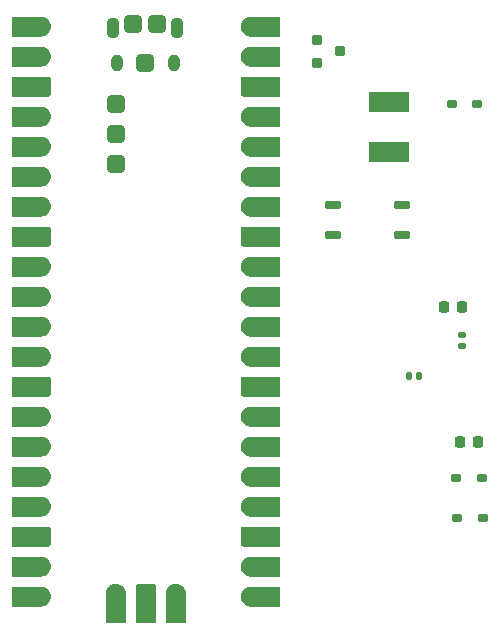
<source format=gbr>
%TF.GenerationSoftware,KiCad,Pcbnew,8.0.8*%
%TF.CreationDate,2025-02-11T11:45:33+01:00*%
%TF.ProjectId,projet,70726f6a-6574-42e6-9b69-6361645f7063,rev?*%
%TF.SameCoordinates,Original*%
%TF.FileFunction,Paste,Top*%
%TF.FilePolarity,Positive*%
%FSLAX46Y46*%
G04 Gerber Fmt 4.6, Leading zero omitted, Abs format (unit mm)*
G04 Created by KiCad (PCBNEW 8.0.8) date 2025-02-11 11:45:33*
%MOMM*%
%LPD*%
G01*
G04 APERTURE LIST*
G04 Aperture macros list*
%AMRoundRect*
0 Rectangle with rounded corners*
0 $1 Rounding radius*
0 $2 $3 $4 $5 $6 $7 $8 $9 X,Y pos of 4 corners*
0 Add a 4 corners polygon primitive as box body*
4,1,4,$2,$3,$4,$5,$6,$7,$8,$9,$2,$3,0*
0 Add four circle primitives for the rounded corners*
1,1,$1+$1,$2,$3*
1,1,$1+$1,$4,$5*
1,1,$1+$1,$6,$7*
1,1,$1+$1,$8,$9*
0 Add four rect primitives between the rounded corners*
20,1,$1+$1,$2,$3,$4,$5,0*
20,1,$1+$1,$4,$5,$6,$7,0*
20,1,$1+$1,$6,$7,$8,$9,0*
20,1,$1+$1,$8,$9,$2,$3,0*%
G04 Aperture macros list end*
%ADD10C,0.010000*%
%ADD11RoundRect,0.135000X-0.185000X0.135000X-0.185000X-0.135000X0.185000X-0.135000X0.185000X0.135000X0*%
%ADD12RoundRect,0.140000X-0.260000X-0.210000X0.260000X-0.210000X0.260000X0.210000X-0.260000X0.210000X0*%
%ADD13RoundRect,0.100000X-0.300000X-0.250000X0.300000X-0.250000X0.300000X0.250000X-0.300000X0.250000X0*%
%ADD14R,3.400000X1.780000*%
%ADD15RoundRect,0.140000X0.260000X0.210000X-0.260000X0.210000X-0.260000X-0.210000X0.260000X-0.210000X0*%
%ADD16RoundRect,0.100000X0.300000X0.250000X-0.300000X0.250000X-0.300000X-0.250000X0.300000X-0.250000X0*%
%ADD17RoundRect,0.225000X-0.225000X-0.250000X0.225000X-0.250000X0.225000X0.250000X-0.225000X0.250000X0*%
%ADD18RoundRect,0.100000X-0.350000X-0.300000X0.350000X-0.300000X0.350000X0.300000X-0.350000X0.300000X0*%
%ADD19RoundRect,0.135000X-0.135000X-0.185000X0.135000X-0.185000X0.135000X0.185000X-0.135000X0.185000X0*%
%ADD20RoundRect,0.175000X-0.525000X-0.175000X0.525000X-0.175000X0.525000X0.175000X-0.525000X0.175000X0*%
%ADD21O,1.100000X1.800000*%
%ADD22O,1.050000X1.450000*%
%ADD23RoundRect,0.300000X-0.450000X-0.450000X0.450000X-0.450000X0.450000X0.450000X-0.450000X0.450000X0*%
G04 APERTURE END LIST*
D10*
%TO.C,U301*%
X55152000Y-53571000D02*
X55194000Y-53574000D01*
X55235000Y-53580000D01*
X55276000Y-53587000D01*
X55317000Y-53597000D01*
X55357000Y-53609000D01*
X55397000Y-53623000D01*
X55435000Y-53639000D01*
X55473000Y-53657000D01*
X55510000Y-53677000D01*
X55546000Y-53699000D01*
X55580000Y-53723000D01*
X55613000Y-53748000D01*
X55645000Y-53775000D01*
X55676000Y-53804000D01*
X55705000Y-53835000D01*
X55732000Y-53867000D01*
X55757000Y-53900000D01*
X55781000Y-53934000D01*
X55803000Y-53970000D01*
X55823000Y-54007000D01*
X55841000Y-54045000D01*
X55857000Y-54083000D01*
X55871000Y-54123000D01*
X55883000Y-54163000D01*
X55893000Y-54204000D01*
X55900000Y-54245000D01*
X55906000Y-54286000D01*
X55909000Y-54328000D01*
X55910000Y-54370000D01*
X55909000Y-54412000D01*
X55906000Y-54454000D01*
X55900000Y-54495000D01*
X55893000Y-54536000D01*
X55883000Y-54577000D01*
X55871000Y-54617000D01*
X55857000Y-54657000D01*
X55841000Y-54695000D01*
X55823000Y-54733000D01*
X55803000Y-54770000D01*
X55781000Y-54806000D01*
X55757000Y-54840000D01*
X55732000Y-54873000D01*
X55705000Y-54905000D01*
X55676000Y-54936000D01*
X55645000Y-54965000D01*
X55613000Y-54992000D01*
X55580000Y-55017000D01*
X55546000Y-55041000D01*
X55510000Y-55063000D01*
X55473000Y-55083000D01*
X55435000Y-55101000D01*
X55397000Y-55117000D01*
X55357000Y-55131000D01*
X55317000Y-55143000D01*
X55276000Y-55153000D01*
X55235000Y-55160000D01*
X55194000Y-55166000D01*
X55152000Y-55169000D01*
X55110000Y-55170000D01*
X52710000Y-55170000D01*
X52710000Y-53570000D01*
X55110000Y-53570000D01*
X55152000Y-53571000D01*
G36*
X55152000Y-53571000D02*
G01*
X55194000Y-53574000D01*
X55235000Y-53580000D01*
X55276000Y-53587000D01*
X55317000Y-53597000D01*
X55357000Y-53609000D01*
X55397000Y-53623000D01*
X55435000Y-53639000D01*
X55473000Y-53657000D01*
X55510000Y-53677000D01*
X55546000Y-53699000D01*
X55580000Y-53723000D01*
X55613000Y-53748000D01*
X55645000Y-53775000D01*
X55676000Y-53804000D01*
X55705000Y-53835000D01*
X55732000Y-53867000D01*
X55757000Y-53900000D01*
X55781000Y-53934000D01*
X55803000Y-53970000D01*
X55823000Y-54007000D01*
X55841000Y-54045000D01*
X55857000Y-54083000D01*
X55871000Y-54123000D01*
X55883000Y-54163000D01*
X55893000Y-54204000D01*
X55900000Y-54245000D01*
X55906000Y-54286000D01*
X55909000Y-54328000D01*
X55910000Y-54370000D01*
X55909000Y-54412000D01*
X55906000Y-54454000D01*
X55900000Y-54495000D01*
X55893000Y-54536000D01*
X55883000Y-54577000D01*
X55871000Y-54617000D01*
X55857000Y-54657000D01*
X55841000Y-54695000D01*
X55823000Y-54733000D01*
X55803000Y-54770000D01*
X55781000Y-54806000D01*
X55757000Y-54840000D01*
X55732000Y-54873000D01*
X55705000Y-54905000D01*
X55676000Y-54936000D01*
X55645000Y-54965000D01*
X55613000Y-54992000D01*
X55580000Y-55017000D01*
X55546000Y-55041000D01*
X55510000Y-55063000D01*
X55473000Y-55083000D01*
X55435000Y-55101000D01*
X55397000Y-55117000D01*
X55357000Y-55131000D01*
X55317000Y-55143000D01*
X55276000Y-55153000D01*
X55235000Y-55160000D01*
X55194000Y-55166000D01*
X55152000Y-55169000D01*
X55110000Y-55170000D01*
X52710000Y-55170000D01*
X52710000Y-53570000D01*
X55110000Y-53570000D01*
X55152000Y-53571000D01*
G37*
X55152000Y-56111000D02*
X55194000Y-56114000D01*
X55235000Y-56120000D01*
X55276000Y-56127000D01*
X55317000Y-56137000D01*
X55357000Y-56149000D01*
X55397000Y-56163000D01*
X55435000Y-56179000D01*
X55473000Y-56197000D01*
X55510000Y-56217000D01*
X55546000Y-56239000D01*
X55580000Y-56263000D01*
X55613000Y-56288000D01*
X55645000Y-56315000D01*
X55676000Y-56344000D01*
X55705000Y-56375000D01*
X55732000Y-56407000D01*
X55757000Y-56440000D01*
X55781000Y-56474000D01*
X55803000Y-56510000D01*
X55823000Y-56547000D01*
X55841000Y-56585000D01*
X55857000Y-56623000D01*
X55871000Y-56663000D01*
X55883000Y-56703000D01*
X55893000Y-56744000D01*
X55900000Y-56785000D01*
X55906000Y-56826000D01*
X55909000Y-56868000D01*
X55910000Y-56910000D01*
X55909000Y-56952000D01*
X55906000Y-56994000D01*
X55900000Y-57035000D01*
X55893000Y-57076000D01*
X55883000Y-57117000D01*
X55871000Y-57157000D01*
X55857000Y-57197000D01*
X55841000Y-57235000D01*
X55823000Y-57273000D01*
X55803000Y-57310000D01*
X55781000Y-57346000D01*
X55757000Y-57380000D01*
X55732000Y-57413000D01*
X55705000Y-57445000D01*
X55676000Y-57476000D01*
X55645000Y-57505000D01*
X55613000Y-57532000D01*
X55580000Y-57557000D01*
X55546000Y-57581000D01*
X55510000Y-57603000D01*
X55473000Y-57623000D01*
X55435000Y-57641000D01*
X55397000Y-57657000D01*
X55357000Y-57671000D01*
X55317000Y-57683000D01*
X55276000Y-57693000D01*
X55235000Y-57700000D01*
X55194000Y-57706000D01*
X55152000Y-57709000D01*
X55110000Y-57710000D01*
X52710000Y-57710000D01*
X52710000Y-56110000D01*
X55110000Y-56110000D01*
X55152000Y-56111000D01*
G36*
X55152000Y-56111000D02*
G01*
X55194000Y-56114000D01*
X55235000Y-56120000D01*
X55276000Y-56127000D01*
X55317000Y-56137000D01*
X55357000Y-56149000D01*
X55397000Y-56163000D01*
X55435000Y-56179000D01*
X55473000Y-56197000D01*
X55510000Y-56217000D01*
X55546000Y-56239000D01*
X55580000Y-56263000D01*
X55613000Y-56288000D01*
X55645000Y-56315000D01*
X55676000Y-56344000D01*
X55705000Y-56375000D01*
X55732000Y-56407000D01*
X55757000Y-56440000D01*
X55781000Y-56474000D01*
X55803000Y-56510000D01*
X55823000Y-56547000D01*
X55841000Y-56585000D01*
X55857000Y-56623000D01*
X55871000Y-56663000D01*
X55883000Y-56703000D01*
X55893000Y-56744000D01*
X55900000Y-56785000D01*
X55906000Y-56826000D01*
X55909000Y-56868000D01*
X55910000Y-56910000D01*
X55909000Y-56952000D01*
X55906000Y-56994000D01*
X55900000Y-57035000D01*
X55893000Y-57076000D01*
X55883000Y-57117000D01*
X55871000Y-57157000D01*
X55857000Y-57197000D01*
X55841000Y-57235000D01*
X55823000Y-57273000D01*
X55803000Y-57310000D01*
X55781000Y-57346000D01*
X55757000Y-57380000D01*
X55732000Y-57413000D01*
X55705000Y-57445000D01*
X55676000Y-57476000D01*
X55645000Y-57505000D01*
X55613000Y-57532000D01*
X55580000Y-57557000D01*
X55546000Y-57581000D01*
X55510000Y-57603000D01*
X55473000Y-57623000D01*
X55435000Y-57641000D01*
X55397000Y-57657000D01*
X55357000Y-57671000D01*
X55317000Y-57683000D01*
X55276000Y-57693000D01*
X55235000Y-57700000D01*
X55194000Y-57706000D01*
X55152000Y-57709000D01*
X55110000Y-57710000D01*
X52710000Y-57710000D01*
X52710000Y-56110000D01*
X55110000Y-56110000D01*
X55152000Y-56111000D01*
G37*
X55152000Y-61191000D02*
X55194000Y-61194000D01*
X55235000Y-61200000D01*
X55276000Y-61207000D01*
X55317000Y-61217000D01*
X55357000Y-61229000D01*
X55397000Y-61243000D01*
X55435000Y-61259000D01*
X55473000Y-61277000D01*
X55510000Y-61297000D01*
X55546000Y-61319000D01*
X55580000Y-61343000D01*
X55613000Y-61368000D01*
X55645000Y-61395000D01*
X55676000Y-61424000D01*
X55705000Y-61455000D01*
X55732000Y-61487000D01*
X55757000Y-61520000D01*
X55781000Y-61554000D01*
X55803000Y-61590000D01*
X55823000Y-61627000D01*
X55841000Y-61665000D01*
X55857000Y-61703000D01*
X55871000Y-61743000D01*
X55883000Y-61783000D01*
X55893000Y-61824000D01*
X55900000Y-61865000D01*
X55906000Y-61906000D01*
X55909000Y-61948000D01*
X55910000Y-61990000D01*
X55909000Y-62032000D01*
X55906000Y-62074000D01*
X55900000Y-62115000D01*
X55893000Y-62156000D01*
X55883000Y-62197000D01*
X55871000Y-62237000D01*
X55857000Y-62277000D01*
X55841000Y-62315000D01*
X55823000Y-62353000D01*
X55803000Y-62390000D01*
X55781000Y-62426000D01*
X55757000Y-62460000D01*
X55732000Y-62493000D01*
X55705000Y-62525000D01*
X55676000Y-62556000D01*
X55645000Y-62585000D01*
X55613000Y-62612000D01*
X55580000Y-62637000D01*
X55546000Y-62661000D01*
X55510000Y-62683000D01*
X55473000Y-62703000D01*
X55435000Y-62721000D01*
X55397000Y-62737000D01*
X55357000Y-62751000D01*
X55317000Y-62763000D01*
X55276000Y-62773000D01*
X55235000Y-62780000D01*
X55194000Y-62786000D01*
X55152000Y-62789000D01*
X55110000Y-62790000D01*
X52710000Y-62790000D01*
X52710000Y-61190000D01*
X55110000Y-61190000D01*
X55152000Y-61191000D01*
G36*
X55152000Y-61191000D02*
G01*
X55194000Y-61194000D01*
X55235000Y-61200000D01*
X55276000Y-61207000D01*
X55317000Y-61217000D01*
X55357000Y-61229000D01*
X55397000Y-61243000D01*
X55435000Y-61259000D01*
X55473000Y-61277000D01*
X55510000Y-61297000D01*
X55546000Y-61319000D01*
X55580000Y-61343000D01*
X55613000Y-61368000D01*
X55645000Y-61395000D01*
X55676000Y-61424000D01*
X55705000Y-61455000D01*
X55732000Y-61487000D01*
X55757000Y-61520000D01*
X55781000Y-61554000D01*
X55803000Y-61590000D01*
X55823000Y-61627000D01*
X55841000Y-61665000D01*
X55857000Y-61703000D01*
X55871000Y-61743000D01*
X55883000Y-61783000D01*
X55893000Y-61824000D01*
X55900000Y-61865000D01*
X55906000Y-61906000D01*
X55909000Y-61948000D01*
X55910000Y-61990000D01*
X55909000Y-62032000D01*
X55906000Y-62074000D01*
X55900000Y-62115000D01*
X55893000Y-62156000D01*
X55883000Y-62197000D01*
X55871000Y-62237000D01*
X55857000Y-62277000D01*
X55841000Y-62315000D01*
X55823000Y-62353000D01*
X55803000Y-62390000D01*
X55781000Y-62426000D01*
X55757000Y-62460000D01*
X55732000Y-62493000D01*
X55705000Y-62525000D01*
X55676000Y-62556000D01*
X55645000Y-62585000D01*
X55613000Y-62612000D01*
X55580000Y-62637000D01*
X55546000Y-62661000D01*
X55510000Y-62683000D01*
X55473000Y-62703000D01*
X55435000Y-62721000D01*
X55397000Y-62737000D01*
X55357000Y-62751000D01*
X55317000Y-62763000D01*
X55276000Y-62773000D01*
X55235000Y-62780000D01*
X55194000Y-62786000D01*
X55152000Y-62789000D01*
X55110000Y-62790000D01*
X52710000Y-62790000D01*
X52710000Y-61190000D01*
X55110000Y-61190000D01*
X55152000Y-61191000D01*
G37*
X55152000Y-63731000D02*
X55194000Y-63734000D01*
X55235000Y-63740000D01*
X55276000Y-63747000D01*
X55317000Y-63757000D01*
X55357000Y-63769000D01*
X55397000Y-63783000D01*
X55435000Y-63799000D01*
X55473000Y-63817000D01*
X55510000Y-63837000D01*
X55546000Y-63859000D01*
X55580000Y-63883000D01*
X55613000Y-63908000D01*
X55645000Y-63935000D01*
X55676000Y-63964000D01*
X55705000Y-63995000D01*
X55732000Y-64027000D01*
X55757000Y-64060000D01*
X55781000Y-64094000D01*
X55803000Y-64130000D01*
X55823000Y-64167000D01*
X55841000Y-64205000D01*
X55857000Y-64243000D01*
X55871000Y-64283000D01*
X55883000Y-64323000D01*
X55893000Y-64364000D01*
X55900000Y-64405000D01*
X55906000Y-64446000D01*
X55909000Y-64488000D01*
X55910000Y-64530000D01*
X55909000Y-64572000D01*
X55906000Y-64614000D01*
X55900000Y-64655000D01*
X55893000Y-64696000D01*
X55883000Y-64737000D01*
X55871000Y-64777000D01*
X55857000Y-64817000D01*
X55841000Y-64855000D01*
X55823000Y-64893000D01*
X55803000Y-64930000D01*
X55781000Y-64966000D01*
X55757000Y-65000000D01*
X55732000Y-65033000D01*
X55705000Y-65065000D01*
X55676000Y-65096000D01*
X55645000Y-65125000D01*
X55613000Y-65152000D01*
X55580000Y-65177000D01*
X55546000Y-65201000D01*
X55510000Y-65223000D01*
X55473000Y-65243000D01*
X55435000Y-65261000D01*
X55397000Y-65277000D01*
X55357000Y-65291000D01*
X55317000Y-65303000D01*
X55276000Y-65313000D01*
X55235000Y-65320000D01*
X55194000Y-65326000D01*
X55152000Y-65329000D01*
X55110000Y-65330000D01*
X52710000Y-65330000D01*
X52710000Y-63730000D01*
X55110000Y-63730000D01*
X55152000Y-63731000D01*
G36*
X55152000Y-63731000D02*
G01*
X55194000Y-63734000D01*
X55235000Y-63740000D01*
X55276000Y-63747000D01*
X55317000Y-63757000D01*
X55357000Y-63769000D01*
X55397000Y-63783000D01*
X55435000Y-63799000D01*
X55473000Y-63817000D01*
X55510000Y-63837000D01*
X55546000Y-63859000D01*
X55580000Y-63883000D01*
X55613000Y-63908000D01*
X55645000Y-63935000D01*
X55676000Y-63964000D01*
X55705000Y-63995000D01*
X55732000Y-64027000D01*
X55757000Y-64060000D01*
X55781000Y-64094000D01*
X55803000Y-64130000D01*
X55823000Y-64167000D01*
X55841000Y-64205000D01*
X55857000Y-64243000D01*
X55871000Y-64283000D01*
X55883000Y-64323000D01*
X55893000Y-64364000D01*
X55900000Y-64405000D01*
X55906000Y-64446000D01*
X55909000Y-64488000D01*
X55910000Y-64530000D01*
X55909000Y-64572000D01*
X55906000Y-64614000D01*
X55900000Y-64655000D01*
X55893000Y-64696000D01*
X55883000Y-64737000D01*
X55871000Y-64777000D01*
X55857000Y-64817000D01*
X55841000Y-64855000D01*
X55823000Y-64893000D01*
X55803000Y-64930000D01*
X55781000Y-64966000D01*
X55757000Y-65000000D01*
X55732000Y-65033000D01*
X55705000Y-65065000D01*
X55676000Y-65096000D01*
X55645000Y-65125000D01*
X55613000Y-65152000D01*
X55580000Y-65177000D01*
X55546000Y-65201000D01*
X55510000Y-65223000D01*
X55473000Y-65243000D01*
X55435000Y-65261000D01*
X55397000Y-65277000D01*
X55357000Y-65291000D01*
X55317000Y-65303000D01*
X55276000Y-65313000D01*
X55235000Y-65320000D01*
X55194000Y-65326000D01*
X55152000Y-65329000D01*
X55110000Y-65330000D01*
X52710000Y-65330000D01*
X52710000Y-63730000D01*
X55110000Y-63730000D01*
X55152000Y-63731000D01*
G37*
X55152000Y-66271000D02*
X55194000Y-66274000D01*
X55235000Y-66280000D01*
X55276000Y-66287000D01*
X55317000Y-66297000D01*
X55357000Y-66309000D01*
X55397000Y-66323000D01*
X55435000Y-66339000D01*
X55473000Y-66357000D01*
X55510000Y-66377000D01*
X55546000Y-66399000D01*
X55580000Y-66423000D01*
X55613000Y-66448000D01*
X55645000Y-66475000D01*
X55676000Y-66504000D01*
X55705000Y-66535000D01*
X55732000Y-66567000D01*
X55757000Y-66600000D01*
X55781000Y-66634000D01*
X55803000Y-66670000D01*
X55823000Y-66707000D01*
X55841000Y-66745000D01*
X55857000Y-66783000D01*
X55871000Y-66823000D01*
X55883000Y-66863000D01*
X55893000Y-66904000D01*
X55900000Y-66945000D01*
X55906000Y-66986000D01*
X55909000Y-67028000D01*
X55910000Y-67070000D01*
X55909000Y-67112000D01*
X55906000Y-67154000D01*
X55900000Y-67195000D01*
X55893000Y-67236000D01*
X55883000Y-67277000D01*
X55871000Y-67317000D01*
X55857000Y-67357000D01*
X55841000Y-67395000D01*
X55823000Y-67433000D01*
X55803000Y-67470000D01*
X55781000Y-67506000D01*
X55757000Y-67540000D01*
X55732000Y-67573000D01*
X55705000Y-67605000D01*
X55676000Y-67636000D01*
X55645000Y-67665000D01*
X55613000Y-67692000D01*
X55580000Y-67717000D01*
X55546000Y-67741000D01*
X55510000Y-67763000D01*
X55473000Y-67783000D01*
X55435000Y-67801000D01*
X55397000Y-67817000D01*
X55357000Y-67831000D01*
X55317000Y-67843000D01*
X55276000Y-67853000D01*
X55235000Y-67860000D01*
X55194000Y-67866000D01*
X55152000Y-67869000D01*
X55110000Y-67870000D01*
X52710000Y-67870000D01*
X52710000Y-66270000D01*
X55110000Y-66270000D01*
X55152000Y-66271000D01*
G36*
X55152000Y-66271000D02*
G01*
X55194000Y-66274000D01*
X55235000Y-66280000D01*
X55276000Y-66287000D01*
X55317000Y-66297000D01*
X55357000Y-66309000D01*
X55397000Y-66323000D01*
X55435000Y-66339000D01*
X55473000Y-66357000D01*
X55510000Y-66377000D01*
X55546000Y-66399000D01*
X55580000Y-66423000D01*
X55613000Y-66448000D01*
X55645000Y-66475000D01*
X55676000Y-66504000D01*
X55705000Y-66535000D01*
X55732000Y-66567000D01*
X55757000Y-66600000D01*
X55781000Y-66634000D01*
X55803000Y-66670000D01*
X55823000Y-66707000D01*
X55841000Y-66745000D01*
X55857000Y-66783000D01*
X55871000Y-66823000D01*
X55883000Y-66863000D01*
X55893000Y-66904000D01*
X55900000Y-66945000D01*
X55906000Y-66986000D01*
X55909000Y-67028000D01*
X55910000Y-67070000D01*
X55909000Y-67112000D01*
X55906000Y-67154000D01*
X55900000Y-67195000D01*
X55893000Y-67236000D01*
X55883000Y-67277000D01*
X55871000Y-67317000D01*
X55857000Y-67357000D01*
X55841000Y-67395000D01*
X55823000Y-67433000D01*
X55803000Y-67470000D01*
X55781000Y-67506000D01*
X55757000Y-67540000D01*
X55732000Y-67573000D01*
X55705000Y-67605000D01*
X55676000Y-67636000D01*
X55645000Y-67665000D01*
X55613000Y-67692000D01*
X55580000Y-67717000D01*
X55546000Y-67741000D01*
X55510000Y-67763000D01*
X55473000Y-67783000D01*
X55435000Y-67801000D01*
X55397000Y-67817000D01*
X55357000Y-67831000D01*
X55317000Y-67843000D01*
X55276000Y-67853000D01*
X55235000Y-67860000D01*
X55194000Y-67866000D01*
X55152000Y-67869000D01*
X55110000Y-67870000D01*
X52710000Y-67870000D01*
X52710000Y-66270000D01*
X55110000Y-66270000D01*
X55152000Y-66271000D01*
G37*
X55152000Y-68811000D02*
X55194000Y-68814000D01*
X55235000Y-68820000D01*
X55276000Y-68827000D01*
X55317000Y-68837000D01*
X55357000Y-68849000D01*
X55397000Y-68863000D01*
X55435000Y-68879000D01*
X55473000Y-68897000D01*
X55510000Y-68917000D01*
X55546000Y-68939000D01*
X55580000Y-68963000D01*
X55613000Y-68988000D01*
X55645000Y-69015000D01*
X55676000Y-69044000D01*
X55705000Y-69075000D01*
X55732000Y-69107000D01*
X55757000Y-69140000D01*
X55781000Y-69174000D01*
X55803000Y-69210000D01*
X55823000Y-69247000D01*
X55841000Y-69285000D01*
X55857000Y-69323000D01*
X55871000Y-69363000D01*
X55883000Y-69403000D01*
X55893000Y-69444000D01*
X55900000Y-69485000D01*
X55906000Y-69526000D01*
X55909000Y-69568000D01*
X55910000Y-69610000D01*
X55909000Y-69652000D01*
X55906000Y-69694000D01*
X55900000Y-69735000D01*
X55893000Y-69776000D01*
X55883000Y-69817000D01*
X55871000Y-69857000D01*
X55857000Y-69897000D01*
X55841000Y-69935000D01*
X55823000Y-69973000D01*
X55803000Y-70010000D01*
X55781000Y-70046000D01*
X55757000Y-70080000D01*
X55732000Y-70113000D01*
X55705000Y-70145000D01*
X55676000Y-70176000D01*
X55645000Y-70205000D01*
X55613000Y-70232000D01*
X55580000Y-70257000D01*
X55546000Y-70281000D01*
X55510000Y-70303000D01*
X55473000Y-70323000D01*
X55435000Y-70341000D01*
X55397000Y-70357000D01*
X55357000Y-70371000D01*
X55317000Y-70383000D01*
X55276000Y-70393000D01*
X55235000Y-70400000D01*
X55194000Y-70406000D01*
X55152000Y-70409000D01*
X55110000Y-70410000D01*
X52710000Y-70410000D01*
X52710000Y-68810000D01*
X55110000Y-68810000D01*
X55152000Y-68811000D01*
G36*
X55152000Y-68811000D02*
G01*
X55194000Y-68814000D01*
X55235000Y-68820000D01*
X55276000Y-68827000D01*
X55317000Y-68837000D01*
X55357000Y-68849000D01*
X55397000Y-68863000D01*
X55435000Y-68879000D01*
X55473000Y-68897000D01*
X55510000Y-68917000D01*
X55546000Y-68939000D01*
X55580000Y-68963000D01*
X55613000Y-68988000D01*
X55645000Y-69015000D01*
X55676000Y-69044000D01*
X55705000Y-69075000D01*
X55732000Y-69107000D01*
X55757000Y-69140000D01*
X55781000Y-69174000D01*
X55803000Y-69210000D01*
X55823000Y-69247000D01*
X55841000Y-69285000D01*
X55857000Y-69323000D01*
X55871000Y-69363000D01*
X55883000Y-69403000D01*
X55893000Y-69444000D01*
X55900000Y-69485000D01*
X55906000Y-69526000D01*
X55909000Y-69568000D01*
X55910000Y-69610000D01*
X55909000Y-69652000D01*
X55906000Y-69694000D01*
X55900000Y-69735000D01*
X55893000Y-69776000D01*
X55883000Y-69817000D01*
X55871000Y-69857000D01*
X55857000Y-69897000D01*
X55841000Y-69935000D01*
X55823000Y-69973000D01*
X55803000Y-70010000D01*
X55781000Y-70046000D01*
X55757000Y-70080000D01*
X55732000Y-70113000D01*
X55705000Y-70145000D01*
X55676000Y-70176000D01*
X55645000Y-70205000D01*
X55613000Y-70232000D01*
X55580000Y-70257000D01*
X55546000Y-70281000D01*
X55510000Y-70303000D01*
X55473000Y-70323000D01*
X55435000Y-70341000D01*
X55397000Y-70357000D01*
X55357000Y-70371000D01*
X55317000Y-70383000D01*
X55276000Y-70393000D01*
X55235000Y-70400000D01*
X55194000Y-70406000D01*
X55152000Y-70409000D01*
X55110000Y-70410000D01*
X52710000Y-70410000D01*
X52710000Y-68810000D01*
X55110000Y-68810000D01*
X55152000Y-68811000D01*
G37*
X55152000Y-73891000D02*
X55194000Y-73894000D01*
X55235000Y-73900000D01*
X55276000Y-73907000D01*
X55317000Y-73917000D01*
X55357000Y-73929000D01*
X55397000Y-73943000D01*
X55435000Y-73959000D01*
X55473000Y-73977000D01*
X55510000Y-73997000D01*
X55546000Y-74019000D01*
X55580000Y-74043000D01*
X55613000Y-74068000D01*
X55645000Y-74095000D01*
X55676000Y-74124000D01*
X55705000Y-74155000D01*
X55732000Y-74187000D01*
X55757000Y-74220000D01*
X55781000Y-74254000D01*
X55803000Y-74290000D01*
X55823000Y-74327000D01*
X55841000Y-74365000D01*
X55857000Y-74403000D01*
X55871000Y-74443000D01*
X55883000Y-74483000D01*
X55893000Y-74524000D01*
X55900000Y-74565000D01*
X55906000Y-74606000D01*
X55909000Y-74648000D01*
X55910000Y-74690000D01*
X55909000Y-74732000D01*
X55906000Y-74774000D01*
X55900000Y-74815000D01*
X55893000Y-74856000D01*
X55883000Y-74897000D01*
X55871000Y-74937000D01*
X55857000Y-74977000D01*
X55841000Y-75015000D01*
X55823000Y-75053000D01*
X55803000Y-75090000D01*
X55781000Y-75126000D01*
X55757000Y-75160000D01*
X55732000Y-75193000D01*
X55705000Y-75225000D01*
X55676000Y-75256000D01*
X55645000Y-75285000D01*
X55613000Y-75312000D01*
X55580000Y-75337000D01*
X55546000Y-75361000D01*
X55510000Y-75383000D01*
X55473000Y-75403000D01*
X55435000Y-75421000D01*
X55397000Y-75437000D01*
X55357000Y-75451000D01*
X55317000Y-75463000D01*
X55276000Y-75473000D01*
X55235000Y-75480000D01*
X55194000Y-75486000D01*
X55152000Y-75489000D01*
X55110000Y-75490000D01*
X52710000Y-75490000D01*
X52710000Y-73890000D01*
X55110000Y-73890000D01*
X55152000Y-73891000D01*
G36*
X55152000Y-73891000D02*
G01*
X55194000Y-73894000D01*
X55235000Y-73900000D01*
X55276000Y-73907000D01*
X55317000Y-73917000D01*
X55357000Y-73929000D01*
X55397000Y-73943000D01*
X55435000Y-73959000D01*
X55473000Y-73977000D01*
X55510000Y-73997000D01*
X55546000Y-74019000D01*
X55580000Y-74043000D01*
X55613000Y-74068000D01*
X55645000Y-74095000D01*
X55676000Y-74124000D01*
X55705000Y-74155000D01*
X55732000Y-74187000D01*
X55757000Y-74220000D01*
X55781000Y-74254000D01*
X55803000Y-74290000D01*
X55823000Y-74327000D01*
X55841000Y-74365000D01*
X55857000Y-74403000D01*
X55871000Y-74443000D01*
X55883000Y-74483000D01*
X55893000Y-74524000D01*
X55900000Y-74565000D01*
X55906000Y-74606000D01*
X55909000Y-74648000D01*
X55910000Y-74690000D01*
X55909000Y-74732000D01*
X55906000Y-74774000D01*
X55900000Y-74815000D01*
X55893000Y-74856000D01*
X55883000Y-74897000D01*
X55871000Y-74937000D01*
X55857000Y-74977000D01*
X55841000Y-75015000D01*
X55823000Y-75053000D01*
X55803000Y-75090000D01*
X55781000Y-75126000D01*
X55757000Y-75160000D01*
X55732000Y-75193000D01*
X55705000Y-75225000D01*
X55676000Y-75256000D01*
X55645000Y-75285000D01*
X55613000Y-75312000D01*
X55580000Y-75337000D01*
X55546000Y-75361000D01*
X55510000Y-75383000D01*
X55473000Y-75403000D01*
X55435000Y-75421000D01*
X55397000Y-75437000D01*
X55357000Y-75451000D01*
X55317000Y-75463000D01*
X55276000Y-75473000D01*
X55235000Y-75480000D01*
X55194000Y-75486000D01*
X55152000Y-75489000D01*
X55110000Y-75490000D01*
X52710000Y-75490000D01*
X52710000Y-73890000D01*
X55110000Y-73890000D01*
X55152000Y-73891000D01*
G37*
X55152000Y-76431000D02*
X55194000Y-76434000D01*
X55235000Y-76440000D01*
X55276000Y-76447000D01*
X55317000Y-76457000D01*
X55357000Y-76469000D01*
X55397000Y-76483000D01*
X55435000Y-76499000D01*
X55473000Y-76517000D01*
X55510000Y-76537000D01*
X55546000Y-76559000D01*
X55580000Y-76583000D01*
X55613000Y-76608000D01*
X55645000Y-76635000D01*
X55676000Y-76664000D01*
X55705000Y-76695000D01*
X55732000Y-76727000D01*
X55757000Y-76760000D01*
X55781000Y-76794000D01*
X55803000Y-76830000D01*
X55823000Y-76867000D01*
X55841000Y-76905000D01*
X55857000Y-76943000D01*
X55871000Y-76983000D01*
X55883000Y-77023000D01*
X55893000Y-77064000D01*
X55900000Y-77105000D01*
X55906000Y-77146000D01*
X55909000Y-77188000D01*
X55910000Y-77230000D01*
X55909000Y-77272000D01*
X55906000Y-77314000D01*
X55900000Y-77355000D01*
X55893000Y-77396000D01*
X55883000Y-77437000D01*
X55871000Y-77477000D01*
X55857000Y-77517000D01*
X55841000Y-77555000D01*
X55823000Y-77593000D01*
X55803000Y-77630000D01*
X55781000Y-77666000D01*
X55757000Y-77700000D01*
X55732000Y-77733000D01*
X55705000Y-77765000D01*
X55676000Y-77796000D01*
X55645000Y-77825000D01*
X55613000Y-77852000D01*
X55580000Y-77877000D01*
X55546000Y-77901000D01*
X55510000Y-77923000D01*
X55473000Y-77943000D01*
X55435000Y-77961000D01*
X55397000Y-77977000D01*
X55357000Y-77991000D01*
X55317000Y-78003000D01*
X55276000Y-78013000D01*
X55235000Y-78020000D01*
X55194000Y-78026000D01*
X55152000Y-78029000D01*
X55110000Y-78030000D01*
X52710000Y-78030000D01*
X52710000Y-76430000D01*
X55110000Y-76430000D01*
X55152000Y-76431000D01*
G36*
X55152000Y-76431000D02*
G01*
X55194000Y-76434000D01*
X55235000Y-76440000D01*
X55276000Y-76447000D01*
X55317000Y-76457000D01*
X55357000Y-76469000D01*
X55397000Y-76483000D01*
X55435000Y-76499000D01*
X55473000Y-76517000D01*
X55510000Y-76537000D01*
X55546000Y-76559000D01*
X55580000Y-76583000D01*
X55613000Y-76608000D01*
X55645000Y-76635000D01*
X55676000Y-76664000D01*
X55705000Y-76695000D01*
X55732000Y-76727000D01*
X55757000Y-76760000D01*
X55781000Y-76794000D01*
X55803000Y-76830000D01*
X55823000Y-76867000D01*
X55841000Y-76905000D01*
X55857000Y-76943000D01*
X55871000Y-76983000D01*
X55883000Y-77023000D01*
X55893000Y-77064000D01*
X55900000Y-77105000D01*
X55906000Y-77146000D01*
X55909000Y-77188000D01*
X55910000Y-77230000D01*
X55909000Y-77272000D01*
X55906000Y-77314000D01*
X55900000Y-77355000D01*
X55893000Y-77396000D01*
X55883000Y-77437000D01*
X55871000Y-77477000D01*
X55857000Y-77517000D01*
X55841000Y-77555000D01*
X55823000Y-77593000D01*
X55803000Y-77630000D01*
X55781000Y-77666000D01*
X55757000Y-77700000D01*
X55732000Y-77733000D01*
X55705000Y-77765000D01*
X55676000Y-77796000D01*
X55645000Y-77825000D01*
X55613000Y-77852000D01*
X55580000Y-77877000D01*
X55546000Y-77901000D01*
X55510000Y-77923000D01*
X55473000Y-77943000D01*
X55435000Y-77961000D01*
X55397000Y-77977000D01*
X55357000Y-77991000D01*
X55317000Y-78003000D01*
X55276000Y-78013000D01*
X55235000Y-78020000D01*
X55194000Y-78026000D01*
X55152000Y-78029000D01*
X55110000Y-78030000D01*
X52710000Y-78030000D01*
X52710000Y-76430000D01*
X55110000Y-76430000D01*
X55152000Y-76431000D01*
G37*
X55152000Y-78971000D02*
X55194000Y-78974000D01*
X55235000Y-78980000D01*
X55276000Y-78987000D01*
X55317000Y-78997000D01*
X55357000Y-79009000D01*
X55397000Y-79023000D01*
X55435000Y-79039000D01*
X55473000Y-79057000D01*
X55510000Y-79077000D01*
X55546000Y-79099000D01*
X55580000Y-79123000D01*
X55613000Y-79148000D01*
X55645000Y-79175000D01*
X55676000Y-79204000D01*
X55705000Y-79235000D01*
X55732000Y-79267000D01*
X55757000Y-79300000D01*
X55781000Y-79334000D01*
X55803000Y-79370000D01*
X55823000Y-79407000D01*
X55841000Y-79445000D01*
X55857000Y-79483000D01*
X55871000Y-79523000D01*
X55883000Y-79563000D01*
X55893000Y-79604000D01*
X55900000Y-79645000D01*
X55906000Y-79686000D01*
X55909000Y-79728000D01*
X55910000Y-79770000D01*
X55909000Y-79812000D01*
X55906000Y-79854000D01*
X55900000Y-79895000D01*
X55893000Y-79936000D01*
X55883000Y-79977000D01*
X55871000Y-80017000D01*
X55857000Y-80057000D01*
X55841000Y-80095000D01*
X55823000Y-80133000D01*
X55803000Y-80170000D01*
X55781000Y-80206000D01*
X55757000Y-80240000D01*
X55732000Y-80273000D01*
X55705000Y-80305000D01*
X55676000Y-80336000D01*
X55645000Y-80365000D01*
X55613000Y-80392000D01*
X55580000Y-80417000D01*
X55546000Y-80441000D01*
X55510000Y-80463000D01*
X55473000Y-80483000D01*
X55435000Y-80501000D01*
X55397000Y-80517000D01*
X55357000Y-80531000D01*
X55317000Y-80543000D01*
X55276000Y-80553000D01*
X55235000Y-80560000D01*
X55194000Y-80566000D01*
X55152000Y-80569000D01*
X55110000Y-80570000D01*
X52710000Y-80570000D01*
X52710000Y-78970000D01*
X55110000Y-78970000D01*
X55152000Y-78971000D01*
G36*
X55152000Y-78971000D02*
G01*
X55194000Y-78974000D01*
X55235000Y-78980000D01*
X55276000Y-78987000D01*
X55317000Y-78997000D01*
X55357000Y-79009000D01*
X55397000Y-79023000D01*
X55435000Y-79039000D01*
X55473000Y-79057000D01*
X55510000Y-79077000D01*
X55546000Y-79099000D01*
X55580000Y-79123000D01*
X55613000Y-79148000D01*
X55645000Y-79175000D01*
X55676000Y-79204000D01*
X55705000Y-79235000D01*
X55732000Y-79267000D01*
X55757000Y-79300000D01*
X55781000Y-79334000D01*
X55803000Y-79370000D01*
X55823000Y-79407000D01*
X55841000Y-79445000D01*
X55857000Y-79483000D01*
X55871000Y-79523000D01*
X55883000Y-79563000D01*
X55893000Y-79604000D01*
X55900000Y-79645000D01*
X55906000Y-79686000D01*
X55909000Y-79728000D01*
X55910000Y-79770000D01*
X55909000Y-79812000D01*
X55906000Y-79854000D01*
X55900000Y-79895000D01*
X55893000Y-79936000D01*
X55883000Y-79977000D01*
X55871000Y-80017000D01*
X55857000Y-80057000D01*
X55841000Y-80095000D01*
X55823000Y-80133000D01*
X55803000Y-80170000D01*
X55781000Y-80206000D01*
X55757000Y-80240000D01*
X55732000Y-80273000D01*
X55705000Y-80305000D01*
X55676000Y-80336000D01*
X55645000Y-80365000D01*
X55613000Y-80392000D01*
X55580000Y-80417000D01*
X55546000Y-80441000D01*
X55510000Y-80463000D01*
X55473000Y-80483000D01*
X55435000Y-80501000D01*
X55397000Y-80517000D01*
X55357000Y-80531000D01*
X55317000Y-80543000D01*
X55276000Y-80553000D01*
X55235000Y-80560000D01*
X55194000Y-80566000D01*
X55152000Y-80569000D01*
X55110000Y-80570000D01*
X52710000Y-80570000D01*
X52710000Y-78970000D01*
X55110000Y-78970000D01*
X55152000Y-78971000D01*
G37*
X55152000Y-81511000D02*
X55194000Y-81514000D01*
X55235000Y-81520000D01*
X55276000Y-81527000D01*
X55317000Y-81537000D01*
X55357000Y-81549000D01*
X55397000Y-81563000D01*
X55435000Y-81579000D01*
X55473000Y-81597000D01*
X55510000Y-81617000D01*
X55546000Y-81639000D01*
X55580000Y-81663000D01*
X55613000Y-81688000D01*
X55645000Y-81715000D01*
X55676000Y-81744000D01*
X55705000Y-81775000D01*
X55732000Y-81807000D01*
X55757000Y-81840000D01*
X55781000Y-81874000D01*
X55803000Y-81910000D01*
X55823000Y-81947000D01*
X55841000Y-81985000D01*
X55857000Y-82023000D01*
X55871000Y-82063000D01*
X55883000Y-82103000D01*
X55893000Y-82144000D01*
X55900000Y-82185000D01*
X55906000Y-82226000D01*
X55909000Y-82268000D01*
X55910000Y-82310000D01*
X55909000Y-82352000D01*
X55906000Y-82394000D01*
X55900000Y-82435000D01*
X55893000Y-82476000D01*
X55883000Y-82517000D01*
X55871000Y-82557000D01*
X55857000Y-82597000D01*
X55841000Y-82635000D01*
X55823000Y-82673000D01*
X55803000Y-82710000D01*
X55781000Y-82746000D01*
X55757000Y-82780000D01*
X55732000Y-82813000D01*
X55705000Y-82845000D01*
X55676000Y-82876000D01*
X55645000Y-82905000D01*
X55613000Y-82932000D01*
X55580000Y-82957000D01*
X55546000Y-82981000D01*
X55510000Y-83003000D01*
X55473000Y-83023000D01*
X55435000Y-83041000D01*
X55397000Y-83057000D01*
X55357000Y-83071000D01*
X55317000Y-83083000D01*
X55276000Y-83093000D01*
X55235000Y-83100000D01*
X55194000Y-83106000D01*
X55152000Y-83109000D01*
X55110000Y-83110000D01*
X52710000Y-83110000D01*
X52710000Y-81510000D01*
X55110000Y-81510000D01*
X55152000Y-81511000D01*
G36*
X55152000Y-81511000D02*
G01*
X55194000Y-81514000D01*
X55235000Y-81520000D01*
X55276000Y-81527000D01*
X55317000Y-81537000D01*
X55357000Y-81549000D01*
X55397000Y-81563000D01*
X55435000Y-81579000D01*
X55473000Y-81597000D01*
X55510000Y-81617000D01*
X55546000Y-81639000D01*
X55580000Y-81663000D01*
X55613000Y-81688000D01*
X55645000Y-81715000D01*
X55676000Y-81744000D01*
X55705000Y-81775000D01*
X55732000Y-81807000D01*
X55757000Y-81840000D01*
X55781000Y-81874000D01*
X55803000Y-81910000D01*
X55823000Y-81947000D01*
X55841000Y-81985000D01*
X55857000Y-82023000D01*
X55871000Y-82063000D01*
X55883000Y-82103000D01*
X55893000Y-82144000D01*
X55900000Y-82185000D01*
X55906000Y-82226000D01*
X55909000Y-82268000D01*
X55910000Y-82310000D01*
X55909000Y-82352000D01*
X55906000Y-82394000D01*
X55900000Y-82435000D01*
X55893000Y-82476000D01*
X55883000Y-82517000D01*
X55871000Y-82557000D01*
X55857000Y-82597000D01*
X55841000Y-82635000D01*
X55823000Y-82673000D01*
X55803000Y-82710000D01*
X55781000Y-82746000D01*
X55757000Y-82780000D01*
X55732000Y-82813000D01*
X55705000Y-82845000D01*
X55676000Y-82876000D01*
X55645000Y-82905000D01*
X55613000Y-82932000D01*
X55580000Y-82957000D01*
X55546000Y-82981000D01*
X55510000Y-83003000D01*
X55473000Y-83023000D01*
X55435000Y-83041000D01*
X55397000Y-83057000D01*
X55357000Y-83071000D01*
X55317000Y-83083000D01*
X55276000Y-83093000D01*
X55235000Y-83100000D01*
X55194000Y-83106000D01*
X55152000Y-83109000D01*
X55110000Y-83110000D01*
X52710000Y-83110000D01*
X52710000Y-81510000D01*
X55110000Y-81510000D01*
X55152000Y-81511000D01*
G37*
X55152000Y-86591000D02*
X55194000Y-86594000D01*
X55235000Y-86600000D01*
X55276000Y-86607000D01*
X55317000Y-86617000D01*
X55357000Y-86629000D01*
X55397000Y-86643000D01*
X55435000Y-86659000D01*
X55473000Y-86677000D01*
X55510000Y-86697000D01*
X55546000Y-86719000D01*
X55580000Y-86743000D01*
X55613000Y-86768000D01*
X55645000Y-86795000D01*
X55676000Y-86824000D01*
X55705000Y-86855000D01*
X55732000Y-86887000D01*
X55757000Y-86920000D01*
X55781000Y-86954000D01*
X55803000Y-86990000D01*
X55823000Y-87027000D01*
X55841000Y-87065000D01*
X55857000Y-87103000D01*
X55871000Y-87143000D01*
X55883000Y-87183000D01*
X55893000Y-87224000D01*
X55900000Y-87265000D01*
X55906000Y-87306000D01*
X55909000Y-87348000D01*
X55910000Y-87390000D01*
X55909000Y-87432000D01*
X55906000Y-87474000D01*
X55900000Y-87515000D01*
X55893000Y-87556000D01*
X55883000Y-87597000D01*
X55871000Y-87637000D01*
X55857000Y-87677000D01*
X55841000Y-87715000D01*
X55823000Y-87753000D01*
X55803000Y-87790000D01*
X55781000Y-87826000D01*
X55757000Y-87860000D01*
X55732000Y-87893000D01*
X55705000Y-87925000D01*
X55676000Y-87956000D01*
X55645000Y-87985000D01*
X55613000Y-88012000D01*
X55580000Y-88037000D01*
X55546000Y-88061000D01*
X55510000Y-88083000D01*
X55473000Y-88103000D01*
X55435000Y-88121000D01*
X55397000Y-88137000D01*
X55357000Y-88151000D01*
X55317000Y-88163000D01*
X55276000Y-88173000D01*
X55235000Y-88180000D01*
X55194000Y-88186000D01*
X55152000Y-88189000D01*
X55110000Y-88190000D01*
X52710000Y-88190000D01*
X52710000Y-86590000D01*
X55110000Y-86590000D01*
X55152000Y-86591000D01*
G36*
X55152000Y-86591000D02*
G01*
X55194000Y-86594000D01*
X55235000Y-86600000D01*
X55276000Y-86607000D01*
X55317000Y-86617000D01*
X55357000Y-86629000D01*
X55397000Y-86643000D01*
X55435000Y-86659000D01*
X55473000Y-86677000D01*
X55510000Y-86697000D01*
X55546000Y-86719000D01*
X55580000Y-86743000D01*
X55613000Y-86768000D01*
X55645000Y-86795000D01*
X55676000Y-86824000D01*
X55705000Y-86855000D01*
X55732000Y-86887000D01*
X55757000Y-86920000D01*
X55781000Y-86954000D01*
X55803000Y-86990000D01*
X55823000Y-87027000D01*
X55841000Y-87065000D01*
X55857000Y-87103000D01*
X55871000Y-87143000D01*
X55883000Y-87183000D01*
X55893000Y-87224000D01*
X55900000Y-87265000D01*
X55906000Y-87306000D01*
X55909000Y-87348000D01*
X55910000Y-87390000D01*
X55909000Y-87432000D01*
X55906000Y-87474000D01*
X55900000Y-87515000D01*
X55893000Y-87556000D01*
X55883000Y-87597000D01*
X55871000Y-87637000D01*
X55857000Y-87677000D01*
X55841000Y-87715000D01*
X55823000Y-87753000D01*
X55803000Y-87790000D01*
X55781000Y-87826000D01*
X55757000Y-87860000D01*
X55732000Y-87893000D01*
X55705000Y-87925000D01*
X55676000Y-87956000D01*
X55645000Y-87985000D01*
X55613000Y-88012000D01*
X55580000Y-88037000D01*
X55546000Y-88061000D01*
X55510000Y-88083000D01*
X55473000Y-88103000D01*
X55435000Y-88121000D01*
X55397000Y-88137000D01*
X55357000Y-88151000D01*
X55317000Y-88163000D01*
X55276000Y-88173000D01*
X55235000Y-88180000D01*
X55194000Y-88186000D01*
X55152000Y-88189000D01*
X55110000Y-88190000D01*
X52710000Y-88190000D01*
X52710000Y-86590000D01*
X55110000Y-86590000D01*
X55152000Y-86591000D01*
G37*
X55152000Y-89131000D02*
X55194000Y-89134000D01*
X55235000Y-89140000D01*
X55276000Y-89147000D01*
X55317000Y-89157000D01*
X55357000Y-89169000D01*
X55397000Y-89183000D01*
X55435000Y-89199000D01*
X55473000Y-89217000D01*
X55510000Y-89237000D01*
X55546000Y-89259000D01*
X55580000Y-89283000D01*
X55613000Y-89308000D01*
X55645000Y-89335000D01*
X55676000Y-89364000D01*
X55705000Y-89395000D01*
X55732000Y-89427000D01*
X55757000Y-89460000D01*
X55781000Y-89494000D01*
X55803000Y-89530000D01*
X55823000Y-89567000D01*
X55841000Y-89605000D01*
X55857000Y-89643000D01*
X55871000Y-89683000D01*
X55883000Y-89723000D01*
X55893000Y-89764000D01*
X55900000Y-89805000D01*
X55906000Y-89846000D01*
X55909000Y-89888000D01*
X55910000Y-89930000D01*
X55909000Y-89972000D01*
X55906000Y-90014000D01*
X55900000Y-90055000D01*
X55893000Y-90096000D01*
X55883000Y-90137000D01*
X55871000Y-90177000D01*
X55857000Y-90217000D01*
X55841000Y-90255000D01*
X55823000Y-90293000D01*
X55803000Y-90330000D01*
X55781000Y-90366000D01*
X55757000Y-90400000D01*
X55732000Y-90433000D01*
X55705000Y-90465000D01*
X55676000Y-90496000D01*
X55645000Y-90525000D01*
X55613000Y-90552000D01*
X55580000Y-90577000D01*
X55546000Y-90601000D01*
X55510000Y-90623000D01*
X55473000Y-90643000D01*
X55435000Y-90661000D01*
X55397000Y-90677000D01*
X55357000Y-90691000D01*
X55317000Y-90703000D01*
X55276000Y-90713000D01*
X55235000Y-90720000D01*
X55194000Y-90726000D01*
X55152000Y-90729000D01*
X55110000Y-90730000D01*
X52710000Y-90730000D01*
X52710000Y-89130000D01*
X55110000Y-89130000D01*
X55152000Y-89131000D01*
G36*
X55152000Y-89131000D02*
G01*
X55194000Y-89134000D01*
X55235000Y-89140000D01*
X55276000Y-89147000D01*
X55317000Y-89157000D01*
X55357000Y-89169000D01*
X55397000Y-89183000D01*
X55435000Y-89199000D01*
X55473000Y-89217000D01*
X55510000Y-89237000D01*
X55546000Y-89259000D01*
X55580000Y-89283000D01*
X55613000Y-89308000D01*
X55645000Y-89335000D01*
X55676000Y-89364000D01*
X55705000Y-89395000D01*
X55732000Y-89427000D01*
X55757000Y-89460000D01*
X55781000Y-89494000D01*
X55803000Y-89530000D01*
X55823000Y-89567000D01*
X55841000Y-89605000D01*
X55857000Y-89643000D01*
X55871000Y-89683000D01*
X55883000Y-89723000D01*
X55893000Y-89764000D01*
X55900000Y-89805000D01*
X55906000Y-89846000D01*
X55909000Y-89888000D01*
X55910000Y-89930000D01*
X55909000Y-89972000D01*
X55906000Y-90014000D01*
X55900000Y-90055000D01*
X55893000Y-90096000D01*
X55883000Y-90137000D01*
X55871000Y-90177000D01*
X55857000Y-90217000D01*
X55841000Y-90255000D01*
X55823000Y-90293000D01*
X55803000Y-90330000D01*
X55781000Y-90366000D01*
X55757000Y-90400000D01*
X55732000Y-90433000D01*
X55705000Y-90465000D01*
X55676000Y-90496000D01*
X55645000Y-90525000D01*
X55613000Y-90552000D01*
X55580000Y-90577000D01*
X55546000Y-90601000D01*
X55510000Y-90623000D01*
X55473000Y-90643000D01*
X55435000Y-90661000D01*
X55397000Y-90677000D01*
X55357000Y-90691000D01*
X55317000Y-90703000D01*
X55276000Y-90713000D01*
X55235000Y-90720000D01*
X55194000Y-90726000D01*
X55152000Y-90729000D01*
X55110000Y-90730000D01*
X52710000Y-90730000D01*
X52710000Y-89130000D01*
X55110000Y-89130000D01*
X55152000Y-89131000D01*
G37*
X55152000Y-91671000D02*
X55194000Y-91674000D01*
X55235000Y-91680000D01*
X55276000Y-91687000D01*
X55317000Y-91697000D01*
X55357000Y-91709000D01*
X55397000Y-91723000D01*
X55435000Y-91739000D01*
X55473000Y-91757000D01*
X55510000Y-91777000D01*
X55546000Y-91799000D01*
X55580000Y-91823000D01*
X55613000Y-91848000D01*
X55645000Y-91875000D01*
X55676000Y-91904000D01*
X55705000Y-91935000D01*
X55732000Y-91967000D01*
X55757000Y-92000000D01*
X55781000Y-92034000D01*
X55803000Y-92070000D01*
X55823000Y-92107000D01*
X55841000Y-92145000D01*
X55857000Y-92183000D01*
X55871000Y-92223000D01*
X55883000Y-92263000D01*
X55893000Y-92304000D01*
X55900000Y-92345000D01*
X55906000Y-92386000D01*
X55909000Y-92428000D01*
X55910000Y-92470000D01*
X55909000Y-92512000D01*
X55906000Y-92554000D01*
X55900000Y-92595000D01*
X55893000Y-92636000D01*
X55883000Y-92677000D01*
X55871000Y-92717000D01*
X55857000Y-92757000D01*
X55841000Y-92795000D01*
X55823000Y-92833000D01*
X55803000Y-92870000D01*
X55781000Y-92906000D01*
X55757000Y-92940000D01*
X55732000Y-92973000D01*
X55705000Y-93005000D01*
X55676000Y-93036000D01*
X55645000Y-93065000D01*
X55613000Y-93092000D01*
X55580000Y-93117000D01*
X55546000Y-93141000D01*
X55510000Y-93163000D01*
X55473000Y-93183000D01*
X55435000Y-93201000D01*
X55397000Y-93217000D01*
X55357000Y-93231000D01*
X55317000Y-93243000D01*
X55276000Y-93253000D01*
X55235000Y-93260000D01*
X55194000Y-93266000D01*
X55152000Y-93269000D01*
X55110000Y-93270000D01*
X52710000Y-93270000D01*
X52710000Y-91670000D01*
X55110000Y-91670000D01*
X55152000Y-91671000D01*
G36*
X55152000Y-91671000D02*
G01*
X55194000Y-91674000D01*
X55235000Y-91680000D01*
X55276000Y-91687000D01*
X55317000Y-91697000D01*
X55357000Y-91709000D01*
X55397000Y-91723000D01*
X55435000Y-91739000D01*
X55473000Y-91757000D01*
X55510000Y-91777000D01*
X55546000Y-91799000D01*
X55580000Y-91823000D01*
X55613000Y-91848000D01*
X55645000Y-91875000D01*
X55676000Y-91904000D01*
X55705000Y-91935000D01*
X55732000Y-91967000D01*
X55757000Y-92000000D01*
X55781000Y-92034000D01*
X55803000Y-92070000D01*
X55823000Y-92107000D01*
X55841000Y-92145000D01*
X55857000Y-92183000D01*
X55871000Y-92223000D01*
X55883000Y-92263000D01*
X55893000Y-92304000D01*
X55900000Y-92345000D01*
X55906000Y-92386000D01*
X55909000Y-92428000D01*
X55910000Y-92470000D01*
X55909000Y-92512000D01*
X55906000Y-92554000D01*
X55900000Y-92595000D01*
X55893000Y-92636000D01*
X55883000Y-92677000D01*
X55871000Y-92717000D01*
X55857000Y-92757000D01*
X55841000Y-92795000D01*
X55823000Y-92833000D01*
X55803000Y-92870000D01*
X55781000Y-92906000D01*
X55757000Y-92940000D01*
X55732000Y-92973000D01*
X55705000Y-93005000D01*
X55676000Y-93036000D01*
X55645000Y-93065000D01*
X55613000Y-93092000D01*
X55580000Y-93117000D01*
X55546000Y-93141000D01*
X55510000Y-93163000D01*
X55473000Y-93183000D01*
X55435000Y-93201000D01*
X55397000Y-93217000D01*
X55357000Y-93231000D01*
X55317000Y-93243000D01*
X55276000Y-93253000D01*
X55235000Y-93260000D01*
X55194000Y-93266000D01*
X55152000Y-93269000D01*
X55110000Y-93270000D01*
X52710000Y-93270000D01*
X52710000Y-91670000D01*
X55110000Y-91670000D01*
X55152000Y-91671000D01*
G37*
X55152000Y-94211000D02*
X55194000Y-94214000D01*
X55235000Y-94220000D01*
X55276000Y-94227000D01*
X55317000Y-94237000D01*
X55357000Y-94249000D01*
X55397000Y-94263000D01*
X55435000Y-94279000D01*
X55473000Y-94297000D01*
X55510000Y-94317000D01*
X55546000Y-94339000D01*
X55580000Y-94363000D01*
X55613000Y-94388000D01*
X55645000Y-94415000D01*
X55676000Y-94444000D01*
X55705000Y-94475000D01*
X55732000Y-94507000D01*
X55757000Y-94540000D01*
X55781000Y-94574000D01*
X55803000Y-94610000D01*
X55823000Y-94647000D01*
X55841000Y-94685000D01*
X55857000Y-94723000D01*
X55871000Y-94763000D01*
X55883000Y-94803000D01*
X55893000Y-94844000D01*
X55900000Y-94885000D01*
X55906000Y-94926000D01*
X55909000Y-94968000D01*
X55910000Y-95010000D01*
X55909000Y-95052000D01*
X55906000Y-95094000D01*
X55900000Y-95135000D01*
X55893000Y-95176000D01*
X55883000Y-95217000D01*
X55871000Y-95257000D01*
X55857000Y-95297000D01*
X55841000Y-95335000D01*
X55823000Y-95373000D01*
X55803000Y-95410000D01*
X55781000Y-95446000D01*
X55757000Y-95480000D01*
X55732000Y-95513000D01*
X55705000Y-95545000D01*
X55676000Y-95576000D01*
X55645000Y-95605000D01*
X55613000Y-95632000D01*
X55580000Y-95657000D01*
X55546000Y-95681000D01*
X55510000Y-95703000D01*
X55473000Y-95723000D01*
X55435000Y-95741000D01*
X55397000Y-95757000D01*
X55357000Y-95771000D01*
X55317000Y-95783000D01*
X55276000Y-95793000D01*
X55235000Y-95800000D01*
X55194000Y-95806000D01*
X55152000Y-95809000D01*
X55110000Y-95810000D01*
X52710000Y-95810000D01*
X52710000Y-94210000D01*
X55110000Y-94210000D01*
X55152000Y-94211000D01*
G36*
X55152000Y-94211000D02*
G01*
X55194000Y-94214000D01*
X55235000Y-94220000D01*
X55276000Y-94227000D01*
X55317000Y-94237000D01*
X55357000Y-94249000D01*
X55397000Y-94263000D01*
X55435000Y-94279000D01*
X55473000Y-94297000D01*
X55510000Y-94317000D01*
X55546000Y-94339000D01*
X55580000Y-94363000D01*
X55613000Y-94388000D01*
X55645000Y-94415000D01*
X55676000Y-94444000D01*
X55705000Y-94475000D01*
X55732000Y-94507000D01*
X55757000Y-94540000D01*
X55781000Y-94574000D01*
X55803000Y-94610000D01*
X55823000Y-94647000D01*
X55841000Y-94685000D01*
X55857000Y-94723000D01*
X55871000Y-94763000D01*
X55883000Y-94803000D01*
X55893000Y-94844000D01*
X55900000Y-94885000D01*
X55906000Y-94926000D01*
X55909000Y-94968000D01*
X55910000Y-95010000D01*
X55909000Y-95052000D01*
X55906000Y-95094000D01*
X55900000Y-95135000D01*
X55893000Y-95176000D01*
X55883000Y-95217000D01*
X55871000Y-95257000D01*
X55857000Y-95297000D01*
X55841000Y-95335000D01*
X55823000Y-95373000D01*
X55803000Y-95410000D01*
X55781000Y-95446000D01*
X55757000Y-95480000D01*
X55732000Y-95513000D01*
X55705000Y-95545000D01*
X55676000Y-95576000D01*
X55645000Y-95605000D01*
X55613000Y-95632000D01*
X55580000Y-95657000D01*
X55546000Y-95681000D01*
X55510000Y-95703000D01*
X55473000Y-95723000D01*
X55435000Y-95741000D01*
X55397000Y-95757000D01*
X55357000Y-95771000D01*
X55317000Y-95783000D01*
X55276000Y-95793000D01*
X55235000Y-95800000D01*
X55194000Y-95806000D01*
X55152000Y-95809000D01*
X55110000Y-95810000D01*
X52710000Y-95810000D01*
X52710000Y-94210000D01*
X55110000Y-94210000D01*
X55152000Y-94211000D01*
G37*
X55152000Y-99291000D02*
X55194000Y-99294000D01*
X55235000Y-99300000D01*
X55276000Y-99307000D01*
X55317000Y-99317000D01*
X55357000Y-99329000D01*
X55397000Y-99343000D01*
X55435000Y-99359000D01*
X55473000Y-99377000D01*
X55510000Y-99397000D01*
X55546000Y-99419000D01*
X55580000Y-99443000D01*
X55613000Y-99468000D01*
X55645000Y-99495000D01*
X55676000Y-99524000D01*
X55705000Y-99555000D01*
X55732000Y-99587000D01*
X55757000Y-99620000D01*
X55781000Y-99654000D01*
X55803000Y-99690000D01*
X55823000Y-99727000D01*
X55841000Y-99765000D01*
X55857000Y-99803000D01*
X55871000Y-99843000D01*
X55883000Y-99883000D01*
X55893000Y-99924000D01*
X55900000Y-99965000D01*
X55906000Y-100006000D01*
X55909000Y-100048000D01*
X55910000Y-100090000D01*
X55909000Y-100132000D01*
X55906000Y-100174000D01*
X55900000Y-100215000D01*
X55893000Y-100256000D01*
X55883000Y-100297000D01*
X55871000Y-100337000D01*
X55857000Y-100377000D01*
X55841000Y-100415000D01*
X55823000Y-100453000D01*
X55803000Y-100490000D01*
X55781000Y-100526000D01*
X55757000Y-100560000D01*
X55732000Y-100593000D01*
X55705000Y-100625000D01*
X55676000Y-100656000D01*
X55645000Y-100685000D01*
X55613000Y-100712000D01*
X55580000Y-100737000D01*
X55546000Y-100761000D01*
X55510000Y-100783000D01*
X55473000Y-100803000D01*
X55435000Y-100821000D01*
X55397000Y-100837000D01*
X55357000Y-100851000D01*
X55317000Y-100863000D01*
X55276000Y-100873000D01*
X55235000Y-100880000D01*
X55194000Y-100886000D01*
X55152000Y-100889000D01*
X55110000Y-100890000D01*
X52710000Y-100890000D01*
X52710000Y-99290000D01*
X55110000Y-99290000D01*
X55152000Y-99291000D01*
G36*
X55152000Y-99291000D02*
G01*
X55194000Y-99294000D01*
X55235000Y-99300000D01*
X55276000Y-99307000D01*
X55317000Y-99317000D01*
X55357000Y-99329000D01*
X55397000Y-99343000D01*
X55435000Y-99359000D01*
X55473000Y-99377000D01*
X55510000Y-99397000D01*
X55546000Y-99419000D01*
X55580000Y-99443000D01*
X55613000Y-99468000D01*
X55645000Y-99495000D01*
X55676000Y-99524000D01*
X55705000Y-99555000D01*
X55732000Y-99587000D01*
X55757000Y-99620000D01*
X55781000Y-99654000D01*
X55803000Y-99690000D01*
X55823000Y-99727000D01*
X55841000Y-99765000D01*
X55857000Y-99803000D01*
X55871000Y-99843000D01*
X55883000Y-99883000D01*
X55893000Y-99924000D01*
X55900000Y-99965000D01*
X55906000Y-100006000D01*
X55909000Y-100048000D01*
X55910000Y-100090000D01*
X55909000Y-100132000D01*
X55906000Y-100174000D01*
X55900000Y-100215000D01*
X55893000Y-100256000D01*
X55883000Y-100297000D01*
X55871000Y-100337000D01*
X55857000Y-100377000D01*
X55841000Y-100415000D01*
X55823000Y-100453000D01*
X55803000Y-100490000D01*
X55781000Y-100526000D01*
X55757000Y-100560000D01*
X55732000Y-100593000D01*
X55705000Y-100625000D01*
X55676000Y-100656000D01*
X55645000Y-100685000D01*
X55613000Y-100712000D01*
X55580000Y-100737000D01*
X55546000Y-100761000D01*
X55510000Y-100783000D01*
X55473000Y-100803000D01*
X55435000Y-100821000D01*
X55397000Y-100837000D01*
X55357000Y-100851000D01*
X55317000Y-100863000D01*
X55276000Y-100873000D01*
X55235000Y-100880000D01*
X55194000Y-100886000D01*
X55152000Y-100889000D01*
X55110000Y-100890000D01*
X52710000Y-100890000D01*
X52710000Y-99290000D01*
X55110000Y-99290000D01*
X55152000Y-99291000D01*
G37*
X55152000Y-101831000D02*
X55194000Y-101834000D01*
X55235000Y-101840000D01*
X55276000Y-101847000D01*
X55317000Y-101857000D01*
X55357000Y-101869000D01*
X55397000Y-101883000D01*
X55435000Y-101899000D01*
X55473000Y-101917000D01*
X55510000Y-101937000D01*
X55546000Y-101959000D01*
X55580000Y-101983000D01*
X55613000Y-102008000D01*
X55645000Y-102035000D01*
X55676000Y-102064000D01*
X55705000Y-102095000D01*
X55732000Y-102127000D01*
X55757000Y-102160000D01*
X55781000Y-102194000D01*
X55803000Y-102230000D01*
X55823000Y-102267000D01*
X55841000Y-102305000D01*
X55857000Y-102343000D01*
X55871000Y-102383000D01*
X55883000Y-102423000D01*
X55893000Y-102464000D01*
X55900000Y-102505000D01*
X55906000Y-102546000D01*
X55909000Y-102588000D01*
X55910000Y-102630000D01*
X55909000Y-102672000D01*
X55906000Y-102714000D01*
X55900000Y-102755000D01*
X55893000Y-102796000D01*
X55883000Y-102837000D01*
X55871000Y-102877000D01*
X55857000Y-102917000D01*
X55841000Y-102955000D01*
X55823000Y-102993000D01*
X55803000Y-103030000D01*
X55781000Y-103066000D01*
X55757000Y-103100000D01*
X55732000Y-103133000D01*
X55705000Y-103165000D01*
X55676000Y-103196000D01*
X55645000Y-103225000D01*
X55613000Y-103252000D01*
X55580000Y-103277000D01*
X55546000Y-103301000D01*
X55510000Y-103323000D01*
X55473000Y-103343000D01*
X55435000Y-103361000D01*
X55397000Y-103377000D01*
X55357000Y-103391000D01*
X55317000Y-103403000D01*
X55276000Y-103413000D01*
X55235000Y-103420000D01*
X55194000Y-103426000D01*
X55152000Y-103429000D01*
X55110000Y-103430000D01*
X52710000Y-103430000D01*
X52710000Y-101830000D01*
X55110000Y-101830000D01*
X55152000Y-101831000D01*
G36*
X55152000Y-101831000D02*
G01*
X55194000Y-101834000D01*
X55235000Y-101840000D01*
X55276000Y-101847000D01*
X55317000Y-101857000D01*
X55357000Y-101869000D01*
X55397000Y-101883000D01*
X55435000Y-101899000D01*
X55473000Y-101917000D01*
X55510000Y-101937000D01*
X55546000Y-101959000D01*
X55580000Y-101983000D01*
X55613000Y-102008000D01*
X55645000Y-102035000D01*
X55676000Y-102064000D01*
X55705000Y-102095000D01*
X55732000Y-102127000D01*
X55757000Y-102160000D01*
X55781000Y-102194000D01*
X55803000Y-102230000D01*
X55823000Y-102267000D01*
X55841000Y-102305000D01*
X55857000Y-102343000D01*
X55871000Y-102383000D01*
X55883000Y-102423000D01*
X55893000Y-102464000D01*
X55900000Y-102505000D01*
X55906000Y-102546000D01*
X55909000Y-102588000D01*
X55910000Y-102630000D01*
X55909000Y-102672000D01*
X55906000Y-102714000D01*
X55900000Y-102755000D01*
X55893000Y-102796000D01*
X55883000Y-102837000D01*
X55871000Y-102877000D01*
X55857000Y-102917000D01*
X55841000Y-102955000D01*
X55823000Y-102993000D01*
X55803000Y-103030000D01*
X55781000Y-103066000D01*
X55757000Y-103100000D01*
X55732000Y-103133000D01*
X55705000Y-103165000D01*
X55676000Y-103196000D01*
X55645000Y-103225000D01*
X55613000Y-103252000D01*
X55580000Y-103277000D01*
X55546000Y-103301000D01*
X55510000Y-103323000D01*
X55473000Y-103343000D01*
X55435000Y-103361000D01*
X55397000Y-103377000D01*
X55357000Y-103391000D01*
X55317000Y-103403000D01*
X55276000Y-103413000D01*
X55235000Y-103420000D01*
X55194000Y-103426000D01*
X55152000Y-103429000D01*
X55110000Y-103430000D01*
X52710000Y-103430000D01*
X52710000Y-101830000D01*
X55110000Y-101830000D01*
X55152000Y-101831000D01*
G37*
X61502000Y-101601000D02*
X61544000Y-101604000D01*
X61585000Y-101610000D01*
X61626000Y-101617000D01*
X61667000Y-101627000D01*
X61707000Y-101639000D01*
X61747000Y-101653000D01*
X61785000Y-101669000D01*
X61823000Y-101687000D01*
X61860000Y-101707000D01*
X61896000Y-101729000D01*
X61930000Y-101753000D01*
X61963000Y-101778000D01*
X61995000Y-101805000D01*
X62026000Y-101834000D01*
X62055000Y-101865000D01*
X62082000Y-101897000D01*
X62107000Y-101930000D01*
X62131000Y-101964000D01*
X62153000Y-102000000D01*
X62173000Y-102037000D01*
X62191000Y-102075000D01*
X62207000Y-102113000D01*
X62221000Y-102153000D01*
X62233000Y-102193000D01*
X62243000Y-102234000D01*
X62250000Y-102275000D01*
X62256000Y-102316000D01*
X62259000Y-102358000D01*
X62260000Y-102400000D01*
X62260000Y-104800000D01*
X60660000Y-104800000D01*
X60660000Y-102400000D01*
X60661000Y-102358000D01*
X60664000Y-102316000D01*
X60670000Y-102275000D01*
X60677000Y-102234000D01*
X60687000Y-102193000D01*
X60699000Y-102153000D01*
X60713000Y-102113000D01*
X60729000Y-102075000D01*
X60747000Y-102037000D01*
X60767000Y-102000000D01*
X60789000Y-101964000D01*
X60813000Y-101930000D01*
X60838000Y-101897000D01*
X60865000Y-101865000D01*
X60894000Y-101834000D01*
X60925000Y-101805000D01*
X60957000Y-101778000D01*
X60990000Y-101753000D01*
X61024000Y-101729000D01*
X61060000Y-101707000D01*
X61097000Y-101687000D01*
X61135000Y-101669000D01*
X61173000Y-101653000D01*
X61213000Y-101639000D01*
X61253000Y-101627000D01*
X61294000Y-101617000D01*
X61335000Y-101610000D01*
X61376000Y-101604000D01*
X61418000Y-101601000D01*
X61460000Y-101600000D01*
X61502000Y-101601000D01*
G36*
X61502000Y-101601000D02*
G01*
X61544000Y-101604000D01*
X61585000Y-101610000D01*
X61626000Y-101617000D01*
X61667000Y-101627000D01*
X61707000Y-101639000D01*
X61747000Y-101653000D01*
X61785000Y-101669000D01*
X61823000Y-101687000D01*
X61860000Y-101707000D01*
X61896000Y-101729000D01*
X61930000Y-101753000D01*
X61963000Y-101778000D01*
X61995000Y-101805000D01*
X62026000Y-101834000D01*
X62055000Y-101865000D01*
X62082000Y-101897000D01*
X62107000Y-101930000D01*
X62131000Y-101964000D01*
X62153000Y-102000000D01*
X62173000Y-102037000D01*
X62191000Y-102075000D01*
X62207000Y-102113000D01*
X62221000Y-102153000D01*
X62233000Y-102193000D01*
X62243000Y-102234000D01*
X62250000Y-102275000D01*
X62256000Y-102316000D01*
X62259000Y-102358000D01*
X62260000Y-102400000D01*
X62260000Y-104800000D01*
X60660000Y-104800000D01*
X60660000Y-102400000D01*
X60661000Y-102358000D01*
X60664000Y-102316000D01*
X60670000Y-102275000D01*
X60677000Y-102234000D01*
X60687000Y-102193000D01*
X60699000Y-102153000D01*
X60713000Y-102113000D01*
X60729000Y-102075000D01*
X60747000Y-102037000D01*
X60767000Y-102000000D01*
X60789000Y-101964000D01*
X60813000Y-101930000D01*
X60838000Y-101897000D01*
X60865000Y-101865000D01*
X60894000Y-101834000D01*
X60925000Y-101805000D01*
X60957000Y-101778000D01*
X60990000Y-101753000D01*
X61024000Y-101729000D01*
X61060000Y-101707000D01*
X61097000Y-101687000D01*
X61135000Y-101669000D01*
X61173000Y-101653000D01*
X61213000Y-101639000D01*
X61253000Y-101627000D01*
X61294000Y-101617000D01*
X61335000Y-101610000D01*
X61376000Y-101604000D01*
X61418000Y-101601000D01*
X61460000Y-101600000D01*
X61502000Y-101601000D01*
G37*
X66582000Y-101601000D02*
X66624000Y-101604000D01*
X66665000Y-101610000D01*
X66706000Y-101617000D01*
X66747000Y-101627000D01*
X66787000Y-101639000D01*
X66827000Y-101653000D01*
X66865000Y-101669000D01*
X66903000Y-101687000D01*
X66940000Y-101707000D01*
X66976000Y-101729000D01*
X67010000Y-101753000D01*
X67043000Y-101778000D01*
X67075000Y-101805000D01*
X67106000Y-101834000D01*
X67135000Y-101865000D01*
X67162000Y-101897000D01*
X67187000Y-101930000D01*
X67211000Y-101964000D01*
X67233000Y-102000000D01*
X67253000Y-102037000D01*
X67271000Y-102075000D01*
X67287000Y-102113000D01*
X67301000Y-102153000D01*
X67313000Y-102193000D01*
X67323000Y-102234000D01*
X67330000Y-102275000D01*
X67336000Y-102316000D01*
X67339000Y-102358000D01*
X67340000Y-102400000D01*
X67340000Y-104800000D01*
X65740000Y-104800000D01*
X65740000Y-102400000D01*
X65741000Y-102358000D01*
X65744000Y-102316000D01*
X65750000Y-102275000D01*
X65757000Y-102234000D01*
X65767000Y-102193000D01*
X65779000Y-102153000D01*
X65793000Y-102113000D01*
X65809000Y-102075000D01*
X65827000Y-102037000D01*
X65847000Y-102000000D01*
X65869000Y-101964000D01*
X65893000Y-101930000D01*
X65918000Y-101897000D01*
X65945000Y-101865000D01*
X65974000Y-101834000D01*
X66005000Y-101805000D01*
X66037000Y-101778000D01*
X66070000Y-101753000D01*
X66104000Y-101729000D01*
X66140000Y-101707000D01*
X66177000Y-101687000D01*
X66215000Y-101669000D01*
X66253000Y-101653000D01*
X66293000Y-101639000D01*
X66333000Y-101627000D01*
X66374000Y-101617000D01*
X66415000Y-101610000D01*
X66456000Y-101604000D01*
X66498000Y-101601000D01*
X66540000Y-101600000D01*
X66582000Y-101601000D01*
G36*
X66582000Y-101601000D02*
G01*
X66624000Y-101604000D01*
X66665000Y-101610000D01*
X66706000Y-101617000D01*
X66747000Y-101627000D01*
X66787000Y-101639000D01*
X66827000Y-101653000D01*
X66865000Y-101669000D01*
X66903000Y-101687000D01*
X66940000Y-101707000D01*
X66976000Y-101729000D01*
X67010000Y-101753000D01*
X67043000Y-101778000D01*
X67075000Y-101805000D01*
X67106000Y-101834000D01*
X67135000Y-101865000D01*
X67162000Y-101897000D01*
X67187000Y-101930000D01*
X67211000Y-101964000D01*
X67233000Y-102000000D01*
X67253000Y-102037000D01*
X67271000Y-102075000D01*
X67287000Y-102113000D01*
X67301000Y-102153000D01*
X67313000Y-102193000D01*
X67323000Y-102234000D01*
X67330000Y-102275000D01*
X67336000Y-102316000D01*
X67339000Y-102358000D01*
X67340000Y-102400000D01*
X67340000Y-104800000D01*
X65740000Y-104800000D01*
X65740000Y-102400000D01*
X65741000Y-102358000D01*
X65744000Y-102316000D01*
X65750000Y-102275000D01*
X65757000Y-102234000D01*
X65767000Y-102193000D01*
X65779000Y-102153000D01*
X65793000Y-102113000D01*
X65809000Y-102075000D01*
X65827000Y-102037000D01*
X65847000Y-102000000D01*
X65869000Y-101964000D01*
X65893000Y-101930000D01*
X65918000Y-101897000D01*
X65945000Y-101865000D01*
X65974000Y-101834000D01*
X66005000Y-101805000D01*
X66037000Y-101778000D01*
X66070000Y-101753000D01*
X66104000Y-101729000D01*
X66140000Y-101707000D01*
X66177000Y-101687000D01*
X66215000Y-101669000D01*
X66253000Y-101653000D01*
X66293000Y-101639000D01*
X66333000Y-101627000D01*
X66374000Y-101617000D01*
X66415000Y-101610000D01*
X66456000Y-101604000D01*
X66498000Y-101601000D01*
X66540000Y-101600000D01*
X66582000Y-101601000D01*
G37*
X75290000Y-55170000D02*
X72890000Y-55170000D01*
X72848000Y-55169000D01*
X72806000Y-55166000D01*
X72765000Y-55160000D01*
X72724000Y-55153000D01*
X72683000Y-55143000D01*
X72643000Y-55131000D01*
X72603000Y-55117000D01*
X72565000Y-55101000D01*
X72527000Y-55083000D01*
X72490000Y-55063000D01*
X72454000Y-55041000D01*
X72420000Y-55017000D01*
X72387000Y-54992000D01*
X72355000Y-54965000D01*
X72324000Y-54936000D01*
X72295000Y-54905000D01*
X72268000Y-54873000D01*
X72243000Y-54840000D01*
X72219000Y-54806000D01*
X72197000Y-54770000D01*
X72177000Y-54733000D01*
X72159000Y-54695000D01*
X72143000Y-54657000D01*
X72129000Y-54617000D01*
X72117000Y-54577000D01*
X72107000Y-54536000D01*
X72100000Y-54495000D01*
X72094000Y-54454000D01*
X72091000Y-54412000D01*
X72090000Y-54370000D01*
X72091000Y-54328000D01*
X72094000Y-54286000D01*
X72100000Y-54245000D01*
X72107000Y-54204000D01*
X72117000Y-54163000D01*
X72129000Y-54123000D01*
X72143000Y-54083000D01*
X72159000Y-54045000D01*
X72177000Y-54007000D01*
X72197000Y-53970000D01*
X72219000Y-53934000D01*
X72243000Y-53900000D01*
X72268000Y-53867000D01*
X72295000Y-53835000D01*
X72324000Y-53804000D01*
X72355000Y-53775000D01*
X72387000Y-53748000D01*
X72420000Y-53723000D01*
X72454000Y-53699000D01*
X72490000Y-53677000D01*
X72527000Y-53657000D01*
X72565000Y-53639000D01*
X72603000Y-53623000D01*
X72643000Y-53609000D01*
X72683000Y-53597000D01*
X72724000Y-53587000D01*
X72765000Y-53580000D01*
X72806000Y-53574000D01*
X72848000Y-53571000D01*
X72890000Y-53570000D01*
X75290000Y-53570000D01*
X75290000Y-55170000D01*
G36*
X75290000Y-55170000D02*
G01*
X72890000Y-55170000D01*
X72848000Y-55169000D01*
X72806000Y-55166000D01*
X72765000Y-55160000D01*
X72724000Y-55153000D01*
X72683000Y-55143000D01*
X72643000Y-55131000D01*
X72603000Y-55117000D01*
X72565000Y-55101000D01*
X72527000Y-55083000D01*
X72490000Y-55063000D01*
X72454000Y-55041000D01*
X72420000Y-55017000D01*
X72387000Y-54992000D01*
X72355000Y-54965000D01*
X72324000Y-54936000D01*
X72295000Y-54905000D01*
X72268000Y-54873000D01*
X72243000Y-54840000D01*
X72219000Y-54806000D01*
X72197000Y-54770000D01*
X72177000Y-54733000D01*
X72159000Y-54695000D01*
X72143000Y-54657000D01*
X72129000Y-54617000D01*
X72117000Y-54577000D01*
X72107000Y-54536000D01*
X72100000Y-54495000D01*
X72094000Y-54454000D01*
X72091000Y-54412000D01*
X72090000Y-54370000D01*
X72091000Y-54328000D01*
X72094000Y-54286000D01*
X72100000Y-54245000D01*
X72107000Y-54204000D01*
X72117000Y-54163000D01*
X72129000Y-54123000D01*
X72143000Y-54083000D01*
X72159000Y-54045000D01*
X72177000Y-54007000D01*
X72197000Y-53970000D01*
X72219000Y-53934000D01*
X72243000Y-53900000D01*
X72268000Y-53867000D01*
X72295000Y-53835000D01*
X72324000Y-53804000D01*
X72355000Y-53775000D01*
X72387000Y-53748000D01*
X72420000Y-53723000D01*
X72454000Y-53699000D01*
X72490000Y-53677000D01*
X72527000Y-53657000D01*
X72565000Y-53639000D01*
X72603000Y-53623000D01*
X72643000Y-53609000D01*
X72683000Y-53597000D01*
X72724000Y-53587000D01*
X72765000Y-53580000D01*
X72806000Y-53574000D01*
X72848000Y-53571000D01*
X72890000Y-53570000D01*
X75290000Y-53570000D01*
X75290000Y-55170000D01*
G37*
X75290000Y-57710000D02*
X72890000Y-57710000D01*
X72848000Y-57709000D01*
X72806000Y-57706000D01*
X72765000Y-57700000D01*
X72724000Y-57693000D01*
X72683000Y-57683000D01*
X72643000Y-57671000D01*
X72603000Y-57657000D01*
X72565000Y-57641000D01*
X72527000Y-57623000D01*
X72490000Y-57603000D01*
X72454000Y-57581000D01*
X72420000Y-57557000D01*
X72387000Y-57532000D01*
X72355000Y-57505000D01*
X72324000Y-57476000D01*
X72295000Y-57445000D01*
X72268000Y-57413000D01*
X72243000Y-57380000D01*
X72219000Y-57346000D01*
X72197000Y-57310000D01*
X72177000Y-57273000D01*
X72159000Y-57235000D01*
X72143000Y-57197000D01*
X72129000Y-57157000D01*
X72117000Y-57117000D01*
X72107000Y-57076000D01*
X72100000Y-57035000D01*
X72094000Y-56994000D01*
X72091000Y-56952000D01*
X72090000Y-56910000D01*
X72091000Y-56868000D01*
X72094000Y-56826000D01*
X72100000Y-56785000D01*
X72107000Y-56744000D01*
X72117000Y-56703000D01*
X72129000Y-56663000D01*
X72143000Y-56623000D01*
X72159000Y-56585000D01*
X72177000Y-56547000D01*
X72197000Y-56510000D01*
X72219000Y-56474000D01*
X72243000Y-56440000D01*
X72268000Y-56407000D01*
X72295000Y-56375000D01*
X72324000Y-56344000D01*
X72355000Y-56315000D01*
X72387000Y-56288000D01*
X72420000Y-56263000D01*
X72454000Y-56239000D01*
X72490000Y-56217000D01*
X72527000Y-56197000D01*
X72565000Y-56179000D01*
X72603000Y-56163000D01*
X72643000Y-56149000D01*
X72683000Y-56137000D01*
X72724000Y-56127000D01*
X72765000Y-56120000D01*
X72806000Y-56114000D01*
X72848000Y-56111000D01*
X72890000Y-56110000D01*
X75290000Y-56110000D01*
X75290000Y-57710000D01*
G36*
X75290000Y-57710000D02*
G01*
X72890000Y-57710000D01*
X72848000Y-57709000D01*
X72806000Y-57706000D01*
X72765000Y-57700000D01*
X72724000Y-57693000D01*
X72683000Y-57683000D01*
X72643000Y-57671000D01*
X72603000Y-57657000D01*
X72565000Y-57641000D01*
X72527000Y-57623000D01*
X72490000Y-57603000D01*
X72454000Y-57581000D01*
X72420000Y-57557000D01*
X72387000Y-57532000D01*
X72355000Y-57505000D01*
X72324000Y-57476000D01*
X72295000Y-57445000D01*
X72268000Y-57413000D01*
X72243000Y-57380000D01*
X72219000Y-57346000D01*
X72197000Y-57310000D01*
X72177000Y-57273000D01*
X72159000Y-57235000D01*
X72143000Y-57197000D01*
X72129000Y-57157000D01*
X72117000Y-57117000D01*
X72107000Y-57076000D01*
X72100000Y-57035000D01*
X72094000Y-56994000D01*
X72091000Y-56952000D01*
X72090000Y-56910000D01*
X72091000Y-56868000D01*
X72094000Y-56826000D01*
X72100000Y-56785000D01*
X72107000Y-56744000D01*
X72117000Y-56703000D01*
X72129000Y-56663000D01*
X72143000Y-56623000D01*
X72159000Y-56585000D01*
X72177000Y-56547000D01*
X72197000Y-56510000D01*
X72219000Y-56474000D01*
X72243000Y-56440000D01*
X72268000Y-56407000D01*
X72295000Y-56375000D01*
X72324000Y-56344000D01*
X72355000Y-56315000D01*
X72387000Y-56288000D01*
X72420000Y-56263000D01*
X72454000Y-56239000D01*
X72490000Y-56217000D01*
X72527000Y-56197000D01*
X72565000Y-56179000D01*
X72603000Y-56163000D01*
X72643000Y-56149000D01*
X72683000Y-56137000D01*
X72724000Y-56127000D01*
X72765000Y-56120000D01*
X72806000Y-56114000D01*
X72848000Y-56111000D01*
X72890000Y-56110000D01*
X75290000Y-56110000D01*
X75290000Y-57710000D01*
G37*
X75290000Y-62790000D02*
X72890000Y-62790000D01*
X72848000Y-62789000D01*
X72806000Y-62786000D01*
X72765000Y-62780000D01*
X72724000Y-62773000D01*
X72683000Y-62763000D01*
X72643000Y-62751000D01*
X72603000Y-62737000D01*
X72565000Y-62721000D01*
X72527000Y-62703000D01*
X72490000Y-62683000D01*
X72454000Y-62661000D01*
X72420000Y-62637000D01*
X72387000Y-62612000D01*
X72355000Y-62585000D01*
X72324000Y-62556000D01*
X72295000Y-62525000D01*
X72268000Y-62493000D01*
X72243000Y-62460000D01*
X72219000Y-62426000D01*
X72197000Y-62390000D01*
X72177000Y-62353000D01*
X72159000Y-62315000D01*
X72143000Y-62277000D01*
X72129000Y-62237000D01*
X72117000Y-62197000D01*
X72107000Y-62156000D01*
X72100000Y-62115000D01*
X72094000Y-62074000D01*
X72091000Y-62032000D01*
X72090000Y-61990000D01*
X72091000Y-61948000D01*
X72094000Y-61906000D01*
X72100000Y-61865000D01*
X72107000Y-61824000D01*
X72117000Y-61783000D01*
X72129000Y-61743000D01*
X72143000Y-61703000D01*
X72159000Y-61665000D01*
X72177000Y-61627000D01*
X72197000Y-61590000D01*
X72219000Y-61554000D01*
X72243000Y-61520000D01*
X72268000Y-61487000D01*
X72295000Y-61455000D01*
X72324000Y-61424000D01*
X72355000Y-61395000D01*
X72387000Y-61368000D01*
X72420000Y-61343000D01*
X72454000Y-61319000D01*
X72490000Y-61297000D01*
X72527000Y-61277000D01*
X72565000Y-61259000D01*
X72603000Y-61243000D01*
X72643000Y-61229000D01*
X72683000Y-61217000D01*
X72724000Y-61207000D01*
X72765000Y-61200000D01*
X72806000Y-61194000D01*
X72848000Y-61191000D01*
X72890000Y-61190000D01*
X75290000Y-61190000D01*
X75290000Y-62790000D01*
G36*
X75290000Y-62790000D02*
G01*
X72890000Y-62790000D01*
X72848000Y-62789000D01*
X72806000Y-62786000D01*
X72765000Y-62780000D01*
X72724000Y-62773000D01*
X72683000Y-62763000D01*
X72643000Y-62751000D01*
X72603000Y-62737000D01*
X72565000Y-62721000D01*
X72527000Y-62703000D01*
X72490000Y-62683000D01*
X72454000Y-62661000D01*
X72420000Y-62637000D01*
X72387000Y-62612000D01*
X72355000Y-62585000D01*
X72324000Y-62556000D01*
X72295000Y-62525000D01*
X72268000Y-62493000D01*
X72243000Y-62460000D01*
X72219000Y-62426000D01*
X72197000Y-62390000D01*
X72177000Y-62353000D01*
X72159000Y-62315000D01*
X72143000Y-62277000D01*
X72129000Y-62237000D01*
X72117000Y-62197000D01*
X72107000Y-62156000D01*
X72100000Y-62115000D01*
X72094000Y-62074000D01*
X72091000Y-62032000D01*
X72090000Y-61990000D01*
X72091000Y-61948000D01*
X72094000Y-61906000D01*
X72100000Y-61865000D01*
X72107000Y-61824000D01*
X72117000Y-61783000D01*
X72129000Y-61743000D01*
X72143000Y-61703000D01*
X72159000Y-61665000D01*
X72177000Y-61627000D01*
X72197000Y-61590000D01*
X72219000Y-61554000D01*
X72243000Y-61520000D01*
X72268000Y-61487000D01*
X72295000Y-61455000D01*
X72324000Y-61424000D01*
X72355000Y-61395000D01*
X72387000Y-61368000D01*
X72420000Y-61343000D01*
X72454000Y-61319000D01*
X72490000Y-61297000D01*
X72527000Y-61277000D01*
X72565000Y-61259000D01*
X72603000Y-61243000D01*
X72643000Y-61229000D01*
X72683000Y-61217000D01*
X72724000Y-61207000D01*
X72765000Y-61200000D01*
X72806000Y-61194000D01*
X72848000Y-61191000D01*
X72890000Y-61190000D01*
X75290000Y-61190000D01*
X75290000Y-62790000D01*
G37*
X75290000Y-65330000D02*
X72890000Y-65330000D01*
X72848000Y-65329000D01*
X72806000Y-65326000D01*
X72765000Y-65320000D01*
X72724000Y-65313000D01*
X72683000Y-65303000D01*
X72643000Y-65291000D01*
X72603000Y-65277000D01*
X72565000Y-65261000D01*
X72527000Y-65243000D01*
X72490000Y-65223000D01*
X72454000Y-65201000D01*
X72420000Y-65177000D01*
X72387000Y-65152000D01*
X72355000Y-65125000D01*
X72324000Y-65096000D01*
X72295000Y-65065000D01*
X72268000Y-65033000D01*
X72243000Y-65000000D01*
X72219000Y-64966000D01*
X72197000Y-64930000D01*
X72177000Y-64893000D01*
X72159000Y-64855000D01*
X72143000Y-64817000D01*
X72129000Y-64777000D01*
X72117000Y-64737000D01*
X72107000Y-64696000D01*
X72100000Y-64655000D01*
X72094000Y-64614000D01*
X72091000Y-64572000D01*
X72090000Y-64530000D01*
X72091000Y-64488000D01*
X72094000Y-64446000D01*
X72100000Y-64405000D01*
X72107000Y-64364000D01*
X72117000Y-64323000D01*
X72129000Y-64283000D01*
X72143000Y-64243000D01*
X72159000Y-64205000D01*
X72177000Y-64167000D01*
X72197000Y-64130000D01*
X72219000Y-64094000D01*
X72243000Y-64060000D01*
X72268000Y-64027000D01*
X72295000Y-63995000D01*
X72324000Y-63964000D01*
X72355000Y-63935000D01*
X72387000Y-63908000D01*
X72420000Y-63883000D01*
X72454000Y-63859000D01*
X72490000Y-63837000D01*
X72527000Y-63817000D01*
X72565000Y-63799000D01*
X72603000Y-63783000D01*
X72643000Y-63769000D01*
X72683000Y-63757000D01*
X72724000Y-63747000D01*
X72765000Y-63740000D01*
X72806000Y-63734000D01*
X72848000Y-63731000D01*
X72890000Y-63730000D01*
X75290000Y-63730000D01*
X75290000Y-65330000D01*
G36*
X75290000Y-65330000D02*
G01*
X72890000Y-65330000D01*
X72848000Y-65329000D01*
X72806000Y-65326000D01*
X72765000Y-65320000D01*
X72724000Y-65313000D01*
X72683000Y-65303000D01*
X72643000Y-65291000D01*
X72603000Y-65277000D01*
X72565000Y-65261000D01*
X72527000Y-65243000D01*
X72490000Y-65223000D01*
X72454000Y-65201000D01*
X72420000Y-65177000D01*
X72387000Y-65152000D01*
X72355000Y-65125000D01*
X72324000Y-65096000D01*
X72295000Y-65065000D01*
X72268000Y-65033000D01*
X72243000Y-65000000D01*
X72219000Y-64966000D01*
X72197000Y-64930000D01*
X72177000Y-64893000D01*
X72159000Y-64855000D01*
X72143000Y-64817000D01*
X72129000Y-64777000D01*
X72117000Y-64737000D01*
X72107000Y-64696000D01*
X72100000Y-64655000D01*
X72094000Y-64614000D01*
X72091000Y-64572000D01*
X72090000Y-64530000D01*
X72091000Y-64488000D01*
X72094000Y-64446000D01*
X72100000Y-64405000D01*
X72107000Y-64364000D01*
X72117000Y-64323000D01*
X72129000Y-64283000D01*
X72143000Y-64243000D01*
X72159000Y-64205000D01*
X72177000Y-64167000D01*
X72197000Y-64130000D01*
X72219000Y-64094000D01*
X72243000Y-64060000D01*
X72268000Y-64027000D01*
X72295000Y-63995000D01*
X72324000Y-63964000D01*
X72355000Y-63935000D01*
X72387000Y-63908000D01*
X72420000Y-63883000D01*
X72454000Y-63859000D01*
X72490000Y-63837000D01*
X72527000Y-63817000D01*
X72565000Y-63799000D01*
X72603000Y-63783000D01*
X72643000Y-63769000D01*
X72683000Y-63757000D01*
X72724000Y-63747000D01*
X72765000Y-63740000D01*
X72806000Y-63734000D01*
X72848000Y-63731000D01*
X72890000Y-63730000D01*
X75290000Y-63730000D01*
X75290000Y-65330000D01*
G37*
X75290000Y-67870000D02*
X72890000Y-67870000D01*
X72848000Y-67869000D01*
X72806000Y-67866000D01*
X72765000Y-67860000D01*
X72724000Y-67853000D01*
X72683000Y-67843000D01*
X72643000Y-67831000D01*
X72603000Y-67817000D01*
X72565000Y-67801000D01*
X72527000Y-67783000D01*
X72490000Y-67763000D01*
X72454000Y-67741000D01*
X72420000Y-67717000D01*
X72387000Y-67692000D01*
X72355000Y-67665000D01*
X72324000Y-67636000D01*
X72295000Y-67605000D01*
X72268000Y-67573000D01*
X72243000Y-67540000D01*
X72219000Y-67506000D01*
X72197000Y-67470000D01*
X72177000Y-67433000D01*
X72159000Y-67395000D01*
X72143000Y-67357000D01*
X72129000Y-67317000D01*
X72117000Y-67277000D01*
X72107000Y-67236000D01*
X72100000Y-67195000D01*
X72094000Y-67154000D01*
X72091000Y-67112000D01*
X72090000Y-67070000D01*
X72091000Y-67028000D01*
X72094000Y-66986000D01*
X72100000Y-66945000D01*
X72107000Y-66904000D01*
X72117000Y-66863000D01*
X72129000Y-66823000D01*
X72143000Y-66783000D01*
X72159000Y-66745000D01*
X72177000Y-66707000D01*
X72197000Y-66670000D01*
X72219000Y-66634000D01*
X72243000Y-66600000D01*
X72268000Y-66567000D01*
X72295000Y-66535000D01*
X72324000Y-66504000D01*
X72355000Y-66475000D01*
X72387000Y-66448000D01*
X72420000Y-66423000D01*
X72454000Y-66399000D01*
X72490000Y-66377000D01*
X72527000Y-66357000D01*
X72565000Y-66339000D01*
X72603000Y-66323000D01*
X72643000Y-66309000D01*
X72683000Y-66297000D01*
X72724000Y-66287000D01*
X72765000Y-66280000D01*
X72806000Y-66274000D01*
X72848000Y-66271000D01*
X72890000Y-66270000D01*
X75290000Y-66270000D01*
X75290000Y-67870000D01*
G36*
X75290000Y-67870000D02*
G01*
X72890000Y-67870000D01*
X72848000Y-67869000D01*
X72806000Y-67866000D01*
X72765000Y-67860000D01*
X72724000Y-67853000D01*
X72683000Y-67843000D01*
X72643000Y-67831000D01*
X72603000Y-67817000D01*
X72565000Y-67801000D01*
X72527000Y-67783000D01*
X72490000Y-67763000D01*
X72454000Y-67741000D01*
X72420000Y-67717000D01*
X72387000Y-67692000D01*
X72355000Y-67665000D01*
X72324000Y-67636000D01*
X72295000Y-67605000D01*
X72268000Y-67573000D01*
X72243000Y-67540000D01*
X72219000Y-67506000D01*
X72197000Y-67470000D01*
X72177000Y-67433000D01*
X72159000Y-67395000D01*
X72143000Y-67357000D01*
X72129000Y-67317000D01*
X72117000Y-67277000D01*
X72107000Y-67236000D01*
X72100000Y-67195000D01*
X72094000Y-67154000D01*
X72091000Y-67112000D01*
X72090000Y-67070000D01*
X72091000Y-67028000D01*
X72094000Y-66986000D01*
X72100000Y-66945000D01*
X72107000Y-66904000D01*
X72117000Y-66863000D01*
X72129000Y-66823000D01*
X72143000Y-66783000D01*
X72159000Y-66745000D01*
X72177000Y-66707000D01*
X72197000Y-66670000D01*
X72219000Y-66634000D01*
X72243000Y-66600000D01*
X72268000Y-66567000D01*
X72295000Y-66535000D01*
X72324000Y-66504000D01*
X72355000Y-66475000D01*
X72387000Y-66448000D01*
X72420000Y-66423000D01*
X72454000Y-66399000D01*
X72490000Y-66377000D01*
X72527000Y-66357000D01*
X72565000Y-66339000D01*
X72603000Y-66323000D01*
X72643000Y-66309000D01*
X72683000Y-66297000D01*
X72724000Y-66287000D01*
X72765000Y-66280000D01*
X72806000Y-66274000D01*
X72848000Y-66271000D01*
X72890000Y-66270000D01*
X75290000Y-66270000D01*
X75290000Y-67870000D01*
G37*
X75290000Y-70410000D02*
X72890000Y-70410000D01*
X72848000Y-70409000D01*
X72806000Y-70406000D01*
X72765000Y-70400000D01*
X72724000Y-70393000D01*
X72683000Y-70383000D01*
X72643000Y-70371000D01*
X72603000Y-70357000D01*
X72565000Y-70341000D01*
X72527000Y-70323000D01*
X72490000Y-70303000D01*
X72454000Y-70281000D01*
X72420000Y-70257000D01*
X72387000Y-70232000D01*
X72355000Y-70205000D01*
X72324000Y-70176000D01*
X72295000Y-70145000D01*
X72268000Y-70113000D01*
X72243000Y-70080000D01*
X72219000Y-70046000D01*
X72197000Y-70010000D01*
X72177000Y-69973000D01*
X72159000Y-69935000D01*
X72143000Y-69897000D01*
X72129000Y-69857000D01*
X72117000Y-69817000D01*
X72107000Y-69776000D01*
X72100000Y-69735000D01*
X72094000Y-69694000D01*
X72091000Y-69652000D01*
X72090000Y-69610000D01*
X72091000Y-69568000D01*
X72094000Y-69526000D01*
X72100000Y-69485000D01*
X72107000Y-69444000D01*
X72117000Y-69403000D01*
X72129000Y-69363000D01*
X72143000Y-69323000D01*
X72159000Y-69285000D01*
X72177000Y-69247000D01*
X72197000Y-69210000D01*
X72219000Y-69174000D01*
X72243000Y-69140000D01*
X72268000Y-69107000D01*
X72295000Y-69075000D01*
X72324000Y-69044000D01*
X72355000Y-69015000D01*
X72387000Y-68988000D01*
X72420000Y-68963000D01*
X72454000Y-68939000D01*
X72490000Y-68917000D01*
X72527000Y-68897000D01*
X72565000Y-68879000D01*
X72603000Y-68863000D01*
X72643000Y-68849000D01*
X72683000Y-68837000D01*
X72724000Y-68827000D01*
X72765000Y-68820000D01*
X72806000Y-68814000D01*
X72848000Y-68811000D01*
X72890000Y-68810000D01*
X75290000Y-68810000D01*
X75290000Y-70410000D01*
G36*
X75290000Y-70410000D02*
G01*
X72890000Y-70410000D01*
X72848000Y-70409000D01*
X72806000Y-70406000D01*
X72765000Y-70400000D01*
X72724000Y-70393000D01*
X72683000Y-70383000D01*
X72643000Y-70371000D01*
X72603000Y-70357000D01*
X72565000Y-70341000D01*
X72527000Y-70323000D01*
X72490000Y-70303000D01*
X72454000Y-70281000D01*
X72420000Y-70257000D01*
X72387000Y-70232000D01*
X72355000Y-70205000D01*
X72324000Y-70176000D01*
X72295000Y-70145000D01*
X72268000Y-70113000D01*
X72243000Y-70080000D01*
X72219000Y-70046000D01*
X72197000Y-70010000D01*
X72177000Y-69973000D01*
X72159000Y-69935000D01*
X72143000Y-69897000D01*
X72129000Y-69857000D01*
X72117000Y-69817000D01*
X72107000Y-69776000D01*
X72100000Y-69735000D01*
X72094000Y-69694000D01*
X72091000Y-69652000D01*
X72090000Y-69610000D01*
X72091000Y-69568000D01*
X72094000Y-69526000D01*
X72100000Y-69485000D01*
X72107000Y-69444000D01*
X72117000Y-69403000D01*
X72129000Y-69363000D01*
X72143000Y-69323000D01*
X72159000Y-69285000D01*
X72177000Y-69247000D01*
X72197000Y-69210000D01*
X72219000Y-69174000D01*
X72243000Y-69140000D01*
X72268000Y-69107000D01*
X72295000Y-69075000D01*
X72324000Y-69044000D01*
X72355000Y-69015000D01*
X72387000Y-68988000D01*
X72420000Y-68963000D01*
X72454000Y-68939000D01*
X72490000Y-68917000D01*
X72527000Y-68897000D01*
X72565000Y-68879000D01*
X72603000Y-68863000D01*
X72643000Y-68849000D01*
X72683000Y-68837000D01*
X72724000Y-68827000D01*
X72765000Y-68820000D01*
X72806000Y-68814000D01*
X72848000Y-68811000D01*
X72890000Y-68810000D01*
X75290000Y-68810000D01*
X75290000Y-70410000D01*
G37*
X75290000Y-75490000D02*
X72890000Y-75490000D01*
X72848000Y-75489000D01*
X72806000Y-75486000D01*
X72765000Y-75480000D01*
X72724000Y-75473000D01*
X72683000Y-75463000D01*
X72643000Y-75451000D01*
X72603000Y-75437000D01*
X72565000Y-75421000D01*
X72527000Y-75403000D01*
X72490000Y-75383000D01*
X72454000Y-75361000D01*
X72420000Y-75337000D01*
X72387000Y-75312000D01*
X72355000Y-75285000D01*
X72324000Y-75256000D01*
X72295000Y-75225000D01*
X72268000Y-75193000D01*
X72243000Y-75160000D01*
X72219000Y-75126000D01*
X72197000Y-75090000D01*
X72177000Y-75053000D01*
X72159000Y-75015000D01*
X72143000Y-74977000D01*
X72129000Y-74937000D01*
X72117000Y-74897000D01*
X72107000Y-74856000D01*
X72100000Y-74815000D01*
X72094000Y-74774000D01*
X72091000Y-74732000D01*
X72090000Y-74690000D01*
X72091000Y-74648000D01*
X72094000Y-74606000D01*
X72100000Y-74565000D01*
X72107000Y-74524000D01*
X72117000Y-74483000D01*
X72129000Y-74443000D01*
X72143000Y-74403000D01*
X72159000Y-74365000D01*
X72177000Y-74327000D01*
X72197000Y-74290000D01*
X72219000Y-74254000D01*
X72243000Y-74220000D01*
X72268000Y-74187000D01*
X72295000Y-74155000D01*
X72324000Y-74124000D01*
X72355000Y-74095000D01*
X72387000Y-74068000D01*
X72420000Y-74043000D01*
X72454000Y-74019000D01*
X72490000Y-73997000D01*
X72527000Y-73977000D01*
X72565000Y-73959000D01*
X72603000Y-73943000D01*
X72643000Y-73929000D01*
X72683000Y-73917000D01*
X72724000Y-73907000D01*
X72765000Y-73900000D01*
X72806000Y-73894000D01*
X72848000Y-73891000D01*
X72890000Y-73890000D01*
X75290000Y-73890000D01*
X75290000Y-75490000D01*
G36*
X75290000Y-75490000D02*
G01*
X72890000Y-75490000D01*
X72848000Y-75489000D01*
X72806000Y-75486000D01*
X72765000Y-75480000D01*
X72724000Y-75473000D01*
X72683000Y-75463000D01*
X72643000Y-75451000D01*
X72603000Y-75437000D01*
X72565000Y-75421000D01*
X72527000Y-75403000D01*
X72490000Y-75383000D01*
X72454000Y-75361000D01*
X72420000Y-75337000D01*
X72387000Y-75312000D01*
X72355000Y-75285000D01*
X72324000Y-75256000D01*
X72295000Y-75225000D01*
X72268000Y-75193000D01*
X72243000Y-75160000D01*
X72219000Y-75126000D01*
X72197000Y-75090000D01*
X72177000Y-75053000D01*
X72159000Y-75015000D01*
X72143000Y-74977000D01*
X72129000Y-74937000D01*
X72117000Y-74897000D01*
X72107000Y-74856000D01*
X72100000Y-74815000D01*
X72094000Y-74774000D01*
X72091000Y-74732000D01*
X72090000Y-74690000D01*
X72091000Y-74648000D01*
X72094000Y-74606000D01*
X72100000Y-74565000D01*
X72107000Y-74524000D01*
X72117000Y-74483000D01*
X72129000Y-74443000D01*
X72143000Y-74403000D01*
X72159000Y-74365000D01*
X72177000Y-74327000D01*
X72197000Y-74290000D01*
X72219000Y-74254000D01*
X72243000Y-74220000D01*
X72268000Y-74187000D01*
X72295000Y-74155000D01*
X72324000Y-74124000D01*
X72355000Y-74095000D01*
X72387000Y-74068000D01*
X72420000Y-74043000D01*
X72454000Y-74019000D01*
X72490000Y-73997000D01*
X72527000Y-73977000D01*
X72565000Y-73959000D01*
X72603000Y-73943000D01*
X72643000Y-73929000D01*
X72683000Y-73917000D01*
X72724000Y-73907000D01*
X72765000Y-73900000D01*
X72806000Y-73894000D01*
X72848000Y-73891000D01*
X72890000Y-73890000D01*
X75290000Y-73890000D01*
X75290000Y-75490000D01*
G37*
X75290000Y-78030000D02*
X72890000Y-78030000D01*
X72848000Y-78029000D01*
X72806000Y-78026000D01*
X72765000Y-78020000D01*
X72724000Y-78013000D01*
X72683000Y-78003000D01*
X72643000Y-77991000D01*
X72603000Y-77977000D01*
X72565000Y-77961000D01*
X72527000Y-77943000D01*
X72490000Y-77923000D01*
X72454000Y-77901000D01*
X72420000Y-77877000D01*
X72387000Y-77852000D01*
X72355000Y-77825000D01*
X72324000Y-77796000D01*
X72295000Y-77765000D01*
X72268000Y-77733000D01*
X72243000Y-77700000D01*
X72219000Y-77666000D01*
X72197000Y-77630000D01*
X72177000Y-77593000D01*
X72159000Y-77555000D01*
X72143000Y-77517000D01*
X72129000Y-77477000D01*
X72117000Y-77437000D01*
X72107000Y-77396000D01*
X72100000Y-77355000D01*
X72094000Y-77314000D01*
X72091000Y-77272000D01*
X72090000Y-77230000D01*
X72091000Y-77188000D01*
X72094000Y-77146000D01*
X72100000Y-77105000D01*
X72107000Y-77064000D01*
X72117000Y-77023000D01*
X72129000Y-76983000D01*
X72143000Y-76943000D01*
X72159000Y-76905000D01*
X72177000Y-76867000D01*
X72197000Y-76830000D01*
X72219000Y-76794000D01*
X72243000Y-76760000D01*
X72268000Y-76727000D01*
X72295000Y-76695000D01*
X72324000Y-76664000D01*
X72355000Y-76635000D01*
X72387000Y-76608000D01*
X72420000Y-76583000D01*
X72454000Y-76559000D01*
X72490000Y-76537000D01*
X72527000Y-76517000D01*
X72565000Y-76499000D01*
X72603000Y-76483000D01*
X72643000Y-76469000D01*
X72683000Y-76457000D01*
X72724000Y-76447000D01*
X72765000Y-76440000D01*
X72806000Y-76434000D01*
X72848000Y-76431000D01*
X72890000Y-76430000D01*
X75290000Y-76430000D01*
X75290000Y-78030000D01*
G36*
X75290000Y-78030000D02*
G01*
X72890000Y-78030000D01*
X72848000Y-78029000D01*
X72806000Y-78026000D01*
X72765000Y-78020000D01*
X72724000Y-78013000D01*
X72683000Y-78003000D01*
X72643000Y-77991000D01*
X72603000Y-77977000D01*
X72565000Y-77961000D01*
X72527000Y-77943000D01*
X72490000Y-77923000D01*
X72454000Y-77901000D01*
X72420000Y-77877000D01*
X72387000Y-77852000D01*
X72355000Y-77825000D01*
X72324000Y-77796000D01*
X72295000Y-77765000D01*
X72268000Y-77733000D01*
X72243000Y-77700000D01*
X72219000Y-77666000D01*
X72197000Y-77630000D01*
X72177000Y-77593000D01*
X72159000Y-77555000D01*
X72143000Y-77517000D01*
X72129000Y-77477000D01*
X72117000Y-77437000D01*
X72107000Y-77396000D01*
X72100000Y-77355000D01*
X72094000Y-77314000D01*
X72091000Y-77272000D01*
X72090000Y-77230000D01*
X72091000Y-77188000D01*
X72094000Y-77146000D01*
X72100000Y-77105000D01*
X72107000Y-77064000D01*
X72117000Y-77023000D01*
X72129000Y-76983000D01*
X72143000Y-76943000D01*
X72159000Y-76905000D01*
X72177000Y-76867000D01*
X72197000Y-76830000D01*
X72219000Y-76794000D01*
X72243000Y-76760000D01*
X72268000Y-76727000D01*
X72295000Y-76695000D01*
X72324000Y-76664000D01*
X72355000Y-76635000D01*
X72387000Y-76608000D01*
X72420000Y-76583000D01*
X72454000Y-76559000D01*
X72490000Y-76537000D01*
X72527000Y-76517000D01*
X72565000Y-76499000D01*
X72603000Y-76483000D01*
X72643000Y-76469000D01*
X72683000Y-76457000D01*
X72724000Y-76447000D01*
X72765000Y-76440000D01*
X72806000Y-76434000D01*
X72848000Y-76431000D01*
X72890000Y-76430000D01*
X75290000Y-76430000D01*
X75290000Y-78030000D01*
G37*
X75290000Y-80570000D02*
X72890000Y-80570000D01*
X72848000Y-80569000D01*
X72806000Y-80566000D01*
X72765000Y-80560000D01*
X72724000Y-80553000D01*
X72683000Y-80543000D01*
X72643000Y-80531000D01*
X72603000Y-80517000D01*
X72565000Y-80501000D01*
X72527000Y-80483000D01*
X72490000Y-80463000D01*
X72454000Y-80441000D01*
X72420000Y-80417000D01*
X72387000Y-80392000D01*
X72355000Y-80365000D01*
X72324000Y-80336000D01*
X72295000Y-80305000D01*
X72268000Y-80273000D01*
X72243000Y-80240000D01*
X72219000Y-80206000D01*
X72197000Y-80170000D01*
X72177000Y-80133000D01*
X72159000Y-80095000D01*
X72143000Y-80057000D01*
X72129000Y-80017000D01*
X72117000Y-79977000D01*
X72107000Y-79936000D01*
X72100000Y-79895000D01*
X72094000Y-79854000D01*
X72091000Y-79812000D01*
X72090000Y-79770000D01*
X72091000Y-79728000D01*
X72094000Y-79686000D01*
X72100000Y-79645000D01*
X72107000Y-79604000D01*
X72117000Y-79563000D01*
X72129000Y-79523000D01*
X72143000Y-79483000D01*
X72159000Y-79445000D01*
X72177000Y-79407000D01*
X72197000Y-79370000D01*
X72219000Y-79334000D01*
X72243000Y-79300000D01*
X72268000Y-79267000D01*
X72295000Y-79235000D01*
X72324000Y-79204000D01*
X72355000Y-79175000D01*
X72387000Y-79148000D01*
X72420000Y-79123000D01*
X72454000Y-79099000D01*
X72490000Y-79077000D01*
X72527000Y-79057000D01*
X72565000Y-79039000D01*
X72603000Y-79023000D01*
X72643000Y-79009000D01*
X72683000Y-78997000D01*
X72724000Y-78987000D01*
X72765000Y-78980000D01*
X72806000Y-78974000D01*
X72848000Y-78971000D01*
X72890000Y-78970000D01*
X75290000Y-78970000D01*
X75290000Y-80570000D01*
G36*
X75290000Y-80570000D02*
G01*
X72890000Y-80570000D01*
X72848000Y-80569000D01*
X72806000Y-80566000D01*
X72765000Y-80560000D01*
X72724000Y-80553000D01*
X72683000Y-80543000D01*
X72643000Y-80531000D01*
X72603000Y-80517000D01*
X72565000Y-80501000D01*
X72527000Y-80483000D01*
X72490000Y-80463000D01*
X72454000Y-80441000D01*
X72420000Y-80417000D01*
X72387000Y-80392000D01*
X72355000Y-80365000D01*
X72324000Y-80336000D01*
X72295000Y-80305000D01*
X72268000Y-80273000D01*
X72243000Y-80240000D01*
X72219000Y-80206000D01*
X72197000Y-80170000D01*
X72177000Y-80133000D01*
X72159000Y-80095000D01*
X72143000Y-80057000D01*
X72129000Y-80017000D01*
X72117000Y-79977000D01*
X72107000Y-79936000D01*
X72100000Y-79895000D01*
X72094000Y-79854000D01*
X72091000Y-79812000D01*
X72090000Y-79770000D01*
X72091000Y-79728000D01*
X72094000Y-79686000D01*
X72100000Y-79645000D01*
X72107000Y-79604000D01*
X72117000Y-79563000D01*
X72129000Y-79523000D01*
X72143000Y-79483000D01*
X72159000Y-79445000D01*
X72177000Y-79407000D01*
X72197000Y-79370000D01*
X72219000Y-79334000D01*
X72243000Y-79300000D01*
X72268000Y-79267000D01*
X72295000Y-79235000D01*
X72324000Y-79204000D01*
X72355000Y-79175000D01*
X72387000Y-79148000D01*
X72420000Y-79123000D01*
X72454000Y-79099000D01*
X72490000Y-79077000D01*
X72527000Y-79057000D01*
X72565000Y-79039000D01*
X72603000Y-79023000D01*
X72643000Y-79009000D01*
X72683000Y-78997000D01*
X72724000Y-78987000D01*
X72765000Y-78980000D01*
X72806000Y-78974000D01*
X72848000Y-78971000D01*
X72890000Y-78970000D01*
X75290000Y-78970000D01*
X75290000Y-80570000D01*
G37*
X75290000Y-83110000D02*
X72890000Y-83110000D01*
X72848000Y-83109000D01*
X72806000Y-83106000D01*
X72765000Y-83100000D01*
X72724000Y-83093000D01*
X72683000Y-83083000D01*
X72643000Y-83071000D01*
X72603000Y-83057000D01*
X72565000Y-83041000D01*
X72527000Y-83023000D01*
X72490000Y-83003000D01*
X72454000Y-82981000D01*
X72420000Y-82957000D01*
X72387000Y-82932000D01*
X72355000Y-82905000D01*
X72324000Y-82876000D01*
X72295000Y-82845000D01*
X72268000Y-82813000D01*
X72243000Y-82780000D01*
X72219000Y-82746000D01*
X72197000Y-82710000D01*
X72177000Y-82673000D01*
X72159000Y-82635000D01*
X72143000Y-82597000D01*
X72129000Y-82557000D01*
X72117000Y-82517000D01*
X72107000Y-82476000D01*
X72100000Y-82435000D01*
X72094000Y-82394000D01*
X72091000Y-82352000D01*
X72090000Y-82310000D01*
X72091000Y-82268000D01*
X72094000Y-82226000D01*
X72100000Y-82185000D01*
X72107000Y-82144000D01*
X72117000Y-82103000D01*
X72129000Y-82063000D01*
X72143000Y-82023000D01*
X72159000Y-81985000D01*
X72177000Y-81947000D01*
X72197000Y-81910000D01*
X72219000Y-81874000D01*
X72243000Y-81840000D01*
X72268000Y-81807000D01*
X72295000Y-81775000D01*
X72324000Y-81744000D01*
X72355000Y-81715000D01*
X72387000Y-81688000D01*
X72420000Y-81663000D01*
X72454000Y-81639000D01*
X72490000Y-81617000D01*
X72527000Y-81597000D01*
X72565000Y-81579000D01*
X72603000Y-81563000D01*
X72643000Y-81549000D01*
X72683000Y-81537000D01*
X72724000Y-81527000D01*
X72765000Y-81520000D01*
X72806000Y-81514000D01*
X72848000Y-81511000D01*
X72890000Y-81510000D01*
X75290000Y-81510000D01*
X75290000Y-83110000D01*
G36*
X75290000Y-83110000D02*
G01*
X72890000Y-83110000D01*
X72848000Y-83109000D01*
X72806000Y-83106000D01*
X72765000Y-83100000D01*
X72724000Y-83093000D01*
X72683000Y-83083000D01*
X72643000Y-83071000D01*
X72603000Y-83057000D01*
X72565000Y-83041000D01*
X72527000Y-83023000D01*
X72490000Y-83003000D01*
X72454000Y-82981000D01*
X72420000Y-82957000D01*
X72387000Y-82932000D01*
X72355000Y-82905000D01*
X72324000Y-82876000D01*
X72295000Y-82845000D01*
X72268000Y-82813000D01*
X72243000Y-82780000D01*
X72219000Y-82746000D01*
X72197000Y-82710000D01*
X72177000Y-82673000D01*
X72159000Y-82635000D01*
X72143000Y-82597000D01*
X72129000Y-82557000D01*
X72117000Y-82517000D01*
X72107000Y-82476000D01*
X72100000Y-82435000D01*
X72094000Y-82394000D01*
X72091000Y-82352000D01*
X72090000Y-82310000D01*
X72091000Y-82268000D01*
X72094000Y-82226000D01*
X72100000Y-82185000D01*
X72107000Y-82144000D01*
X72117000Y-82103000D01*
X72129000Y-82063000D01*
X72143000Y-82023000D01*
X72159000Y-81985000D01*
X72177000Y-81947000D01*
X72197000Y-81910000D01*
X72219000Y-81874000D01*
X72243000Y-81840000D01*
X72268000Y-81807000D01*
X72295000Y-81775000D01*
X72324000Y-81744000D01*
X72355000Y-81715000D01*
X72387000Y-81688000D01*
X72420000Y-81663000D01*
X72454000Y-81639000D01*
X72490000Y-81617000D01*
X72527000Y-81597000D01*
X72565000Y-81579000D01*
X72603000Y-81563000D01*
X72643000Y-81549000D01*
X72683000Y-81537000D01*
X72724000Y-81527000D01*
X72765000Y-81520000D01*
X72806000Y-81514000D01*
X72848000Y-81511000D01*
X72890000Y-81510000D01*
X75290000Y-81510000D01*
X75290000Y-83110000D01*
G37*
X75290000Y-88190000D02*
X72890000Y-88190000D01*
X72848000Y-88189000D01*
X72806000Y-88186000D01*
X72765000Y-88180000D01*
X72724000Y-88173000D01*
X72683000Y-88163000D01*
X72643000Y-88151000D01*
X72603000Y-88137000D01*
X72565000Y-88121000D01*
X72527000Y-88103000D01*
X72490000Y-88083000D01*
X72454000Y-88061000D01*
X72420000Y-88037000D01*
X72387000Y-88012000D01*
X72355000Y-87985000D01*
X72324000Y-87956000D01*
X72295000Y-87925000D01*
X72268000Y-87893000D01*
X72243000Y-87860000D01*
X72219000Y-87826000D01*
X72197000Y-87790000D01*
X72177000Y-87753000D01*
X72159000Y-87715000D01*
X72143000Y-87677000D01*
X72129000Y-87637000D01*
X72117000Y-87597000D01*
X72107000Y-87556000D01*
X72100000Y-87515000D01*
X72094000Y-87474000D01*
X72091000Y-87432000D01*
X72090000Y-87390000D01*
X72091000Y-87348000D01*
X72094000Y-87306000D01*
X72100000Y-87265000D01*
X72107000Y-87224000D01*
X72117000Y-87183000D01*
X72129000Y-87143000D01*
X72143000Y-87103000D01*
X72159000Y-87065000D01*
X72177000Y-87027000D01*
X72197000Y-86990000D01*
X72219000Y-86954000D01*
X72243000Y-86920000D01*
X72268000Y-86887000D01*
X72295000Y-86855000D01*
X72324000Y-86824000D01*
X72355000Y-86795000D01*
X72387000Y-86768000D01*
X72420000Y-86743000D01*
X72454000Y-86719000D01*
X72490000Y-86697000D01*
X72527000Y-86677000D01*
X72565000Y-86659000D01*
X72603000Y-86643000D01*
X72643000Y-86629000D01*
X72683000Y-86617000D01*
X72724000Y-86607000D01*
X72765000Y-86600000D01*
X72806000Y-86594000D01*
X72848000Y-86591000D01*
X72890000Y-86590000D01*
X75290000Y-86590000D01*
X75290000Y-88190000D01*
G36*
X75290000Y-88190000D02*
G01*
X72890000Y-88190000D01*
X72848000Y-88189000D01*
X72806000Y-88186000D01*
X72765000Y-88180000D01*
X72724000Y-88173000D01*
X72683000Y-88163000D01*
X72643000Y-88151000D01*
X72603000Y-88137000D01*
X72565000Y-88121000D01*
X72527000Y-88103000D01*
X72490000Y-88083000D01*
X72454000Y-88061000D01*
X72420000Y-88037000D01*
X72387000Y-88012000D01*
X72355000Y-87985000D01*
X72324000Y-87956000D01*
X72295000Y-87925000D01*
X72268000Y-87893000D01*
X72243000Y-87860000D01*
X72219000Y-87826000D01*
X72197000Y-87790000D01*
X72177000Y-87753000D01*
X72159000Y-87715000D01*
X72143000Y-87677000D01*
X72129000Y-87637000D01*
X72117000Y-87597000D01*
X72107000Y-87556000D01*
X72100000Y-87515000D01*
X72094000Y-87474000D01*
X72091000Y-87432000D01*
X72090000Y-87390000D01*
X72091000Y-87348000D01*
X72094000Y-87306000D01*
X72100000Y-87265000D01*
X72107000Y-87224000D01*
X72117000Y-87183000D01*
X72129000Y-87143000D01*
X72143000Y-87103000D01*
X72159000Y-87065000D01*
X72177000Y-87027000D01*
X72197000Y-86990000D01*
X72219000Y-86954000D01*
X72243000Y-86920000D01*
X72268000Y-86887000D01*
X72295000Y-86855000D01*
X72324000Y-86824000D01*
X72355000Y-86795000D01*
X72387000Y-86768000D01*
X72420000Y-86743000D01*
X72454000Y-86719000D01*
X72490000Y-86697000D01*
X72527000Y-86677000D01*
X72565000Y-86659000D01*
X72603000Y-86643000D01*
X72643000Y-86629000D01*
X72683000Y-86617000D01*
X72724000Y-86607000D01*
X72765000Y-86600000D01*
X72806000Y-86594000D01*
X72848000Y-86591000D01*
X72890000Y-86590000D01*
X75290000Y-86590000D01*
X75290000Y-88190000D01*
G37*
X75290000Y-90730000D02*
X72890000Y-90730000D01*
X72848000Y-90729000D01*
X72806000Y-90726000D01*
X72765000Y-90720000D01*
X72724000Y-90713000D01*
X72683000Y-90703000D01*
X72643000Y-90691000D01*
X72603000Y-90677000D01*
X72565000Y-90661000D01*
X72527000Y-90643000D01*
X72490000Y-90623000D01*
X72454000Y-90601000D01*
X72420000Y-90577000D01*
X72387000Y-90552000D01*
X72355000Y-90525000D01*
X72324000Y-90496000D01*
X72295000Y-90465000D01*
X72268000Y-90433000D01*
X72243000Y-90400000D01*
X72219000Y-90366000D01*
X72197000Y-90330000D01*
X72177000Y-90293000D01*
X72159000Y-90255000D01*
X72143000Y-90217000D01*
X72129000Y-90177000D01*
X72117000Y-90137000D01*
X72107000Y-90096000D01*
X72100000Y-90055000D01*
X72094000Y-90014000D01*
X72091000Y-89972000D01*
X72090000Y-89930000D01*
X72091000Y-89888000D01*
X72094000Y-89846000D01*
X72100000Y-89805000D01*
X72107000Y-89764000D01*
X72117000Y-89723000D01*
X72129000Y-89683000D01*
X72143000Y-89643000D01*
X72159000Y-89605000D01*
X72177000Y-89567000D01*
X72197000Y-89530000D01*
X72219000Y-89494000D01*
X72243000Y-89460000D01*
X72268000Y-89427000D01*
X72295000Y-89395000D01*
X72324000Y-89364000D01*
X72355000Y-89335000D01*
X72387000Y-89308000D01*
X72420000Y-89283000D01*
X72454000Y-89259000D01*
X72490000Y-89237000D01*
X72527000Y-89217000D01*
X72565000Y-89199000D01*
X72603000Y-89183000D01*
X72643000Y-89169000D01*
X72683000Y-89157000D01*
X72724000Y-89147000D01*
X72765000Y-89140000D01*
X72806000Y-89134000D01*
X72848000Y-89131000D01*
X72890000Y-89130000D01*
X75290000Y-89130000D01*
X75290000Y-90730000D01*
G36*
X75290000Y-90730000D02*
G01*
X72890000Y-90730000D01*
X72848000Y-90729000D01*
X72806000Y-90726000D01*
X72765000Y-90720000D01*
X72724000Y-90713000D01*
X72683000Y-90703000D01*
X72643000Y-90691000D01*
X72603000Y-90677000D01*
X72565000Y-90661000D01*
X72527000Y-90643000D01*
X72490000Y-90623000D01*
X72454000Y-90601000D01*
X72420000Y-90577000D01*
X72387000Y-90552000D01*
X72355000Y-90525000D01*
X72324000Y-90496000D01*
X72295000Y-90465000D01*
X72268000Y-90433000D01*
X72243000Y-90400000D01*
X72219000Y-90366000D01*
X72197000Y-90330000D01*
X72177000Y-90293000D01*
X72159000Y-90255000D01*
X72143000Y-90217000D01*
X72129000Y-90177000D01*
X72117000Y-90137000D01*
X72107000Y-90096000D01*
X72100000Y-90055000D01*
X72094000Y-90014000D01*
X72091000Y-89972000D01*
X72090000Y-89930000D01*
X72091000Y-89888000D01*
X72094000Y-89846000D01*
X72100000Y-89805000D01*
X72107000Y-89764000D01*
X72117000Y-89723000D01*
X72129000Y-89683000D01*
X72143000Y-89643000D01*
X72159000Y-89605000D01*
X72177000Y-89567000D01*
X72197000Y-89530000D01*
X72219000Y-89494000D01*
X72243000Y-89460000D01*
X72268000Y-89427000D01*
X72295000Y-89395000D01*
X72324000Y-89364000D01*
X72355000Y-89335000D01*
X72387000Y-89308000D01*
X72420000Y-89283000D01*
X72454000Y-89259000D01*
X72490000Y-89237000D01*
X72527000Y-89217000D01*
X72565000Y-89199000D01*
X72603000Y-89183000D01*
X72643000Y-89169000D01*
X72683000Y-89157000D01*
X72724000Y-89147000D01*
X72765000Y-89140000D01*
X72806000Y-89134000D01*
X72848000Y-89131000D01*
X72890000Y-89130000D01*
X75290000Y-89130000D01*
X75290000Y-90730000D01*
G37*
X75290000Y-93270000D02*
X72890000Y-93270000D01*
X72848000Y-93269000D01*
X72806000Y-93266000D01*
X72765000Y-93260000D01*
X72724000Y-93253000D01*
X72683000Y-93243000D01*
X72643000Y-93231000D01*
X72603000Y-93217000D01*
X72565000Y-93201000D01*
X72527000Y-93183000D01*
X72490000Y-93163000D01*
X72454000Y-93141000D01*
X72420000Y-93117000D01*
X72387000Y-93092000D01*
X72355000Y-93065000D01*
X72324000Y-93036000D01*
X72295000Y-93005000D01*
X72268000Y-92973000D01*
X72243000Y-92940000D01*
X72219000Y-92906000D01*
X72197000Y-92870000D01*
X72177000Y-92833000D01*
X72159000Y-92795000D01*
X72143000Y-92757000D01*
X72129000Y-92717000D01*
X72117000Y-92677000D01*
X72107000Y-92636000D01*
X72100000Y-92595000D01*
X72094000Y-92554000D01*
X72091000Y-92512000D01*
X72090000Y-92470000D01*
X72091000Y-92428000D01*
X72094000Y-92386000D01*
X72100000Y-92345000D01*
X72107000Y-92304000D01*
X72117000Y-92263000D01*
X72129000Y-92223000D01*
X72143000Y-92183000D01*
X72159000Y-92145000D01*
X72177000Y-92107000D01*
X72197000Y-92070000D01*
X72219000Y-92034000D01*
X72243000Y-92000000D01*
X72268000Y-91967000D01*
X72295000Y-91935000D01*
X72324000Y-91904000D01*
X72355000Y-91875000D01*
X72387000Y-91848000D01*
X72420000Y-91823000D01*
X72454000Y-91799000D01*
X72490000Y-91777000D01*
X72527000Y-91757000D01*
X72565000Y-91739000D01*
X72603000Y-91723000D01*
X72643000Y-91709000D01*
X72683000Y-91697000D01*
X72724000Y-91687000D01*
X72765000Y-91680000D01*
X72806000Y-91674000D01*
X72848000Y-91671000D01*
X72890000Y-91670000D01*
X75290000Y-91670000D01*
X75290000Y-93270000D01*
G36*
X75290000Y-93270000D02*
G01*
X72890000Y-93270000D01*
X72848000Y-93269000D01*
X72806000Y-93266000D01*
X72765000Y-93260000D01*
X72724000Y-93253000D01*
X72683000Y-93243000D01*
X72643000Y-93231000D01*
X72603000Y-93217000D01*
X72565000Y-93201000D01*
X72527000Y-93183000D01*
X72490000Y-93163000D01*
X72454000Y-93141000D01*
X72420000Y-93117000D01*
X72387000Y-93092000D01*
X72355000Y-93065000D01*
X72324000Y-93036000D01*
X72295000Y-93005000D01*
X72268000Y-92973000D01*
X72243000Y-92940000D01*
X72219000Y-92906000D01*
X72197000Y-92870000D01*
X72177000Y-92833000D01*
X72159000Y-92795000D01*
X72143000Y-92757000D01*
X72129000Y-92717000D01*
X72117000Y-92677000D01*
X72107000Y-92636000D01*
X72100000Y-92595000D01*
X72094000Y-92554000D01*
X72091000Y-92512000D01*
X72090000Y-92470000D01*
X72091000Y-92428000D01*
X72094000Y-92386000D01*
X72100000Y-92345000D01*
X72107000Y-92304000D01*
X72117000Y-92263000D01*
X72129000Y-92223000D01*
X72143000Y-92183000D01*
X72159000Y-92145000D01*
X72177000Y-92107000D01*
X72197000Y-92070000D01*
X72219000Y-92034000D01*
X72243000Y-92000000D01*
X72268000Y-91967000D01*
X72295000Y-91935000D01*
X72324000Y-91904000D01*
X72355000Y-91875000D01*
X72387000Y-91848000D01*
X72420000Y-91823000D01*
X72454000Y-91799000D01*
X72490000Y-91777000D01*
X72527000Y-91757000D01*
X72565000Y-91739000D01*
X72603000Y-91723000D01*
X72643000Y-91709000D01*
X72683000Y-91697000D01*
X72724000Y-91687000D01*
X72765000Y-91680000D01*
X72806000Y-91674000D01*
X72848000Y-91671000D01*
X72890000Y-91670000D01*
X75290000Y-91670000D01*
X75290000Y-93270000D01*
G37*
X75290000Y-95810000D02*
X72890000Y-95810000D01*
X72848000Y-95809000D01*
X72806000Y-95806000D01*
X72765000Y-95800000D01*
X72724000Y-95793000D01*
X72683000Y-95783000D01*
X72643000Y-95771000D01*
X72603000Y-95757000D01*
X72565000Y-95741000D01*
X72527000Y-95723000D01*
X72490000Y-95703000D01*
X72454000Y-95681000D01*
X72420000Y-95657000D01*
X72387000Y-95632000D01*
X72355000Y-95605000D01*
X72324000Y-95576000D01*
X72295000Y-95545000D01*
X72268000Y-95513000D01*
X72243000Y-95480000D01*
X72219000Y-95446000D01*
X72197000Y-95410000D01*
X72177000Y-95373000D01*
X72159000Y-95335000D01*
X72143000Y-95297000D01*
X72129000Y-95257000D01*
X72117000Y-95217000D01*
X72107000Y-95176000D01*
X72100000Y-95135000D01*
X72094000Y-95094000D01*
X72091000Y-95052000D01*
X72090000Y-95010000D01*
X72091000Y-94968000D01*
X72094000Y-94926000D01*
X72100000Y-94885000D01*
X72107000Y-94844000D01*
X72117000Y-94803000D01*
X72129000Y-94763000D01*
X72143000Y-94723000D01*
X72159000Y-94685000D01*
X72177000Y-94647000D01*
X72197000Y-94610000D01*
X72219000Y-94574000D01*
X72243000Y-94540000D01*
X72268000Y-94507000D01*
X72295000Y-94475000D01*
X72324000Y-94444000D01*
X72355000Y-94415000D01*
X72387000Y-94388000D01*
X72420000Y-94363000D01*
X72454000Y-94339000D01*
X72490000Y-94317000D01*
X72527000Y-94297000D01*
X72565000Y-94279000D01*
X72603000Y-94263000D01*
X72643000Y-94249000D01*
X72683000Y-94237000D01*
X72724000Y-94227000D01*
X72765000Y-94220000D01*
X72806000Y-94214000D01*
X72848000Y-94211000D01*
X72890000Y-94210000D01*
X75290000Y-94210000D01*
X75290000Y-95810000D01*
G36*
X75290000Y-95810000D02*
G01*
X72890000Y-95810000D01*
X72848000Y-95809000D01*
X72806000Y-95806000D01*
X72765000Y-95800000D01*
X72724000Y-95793000D01*
X72683000Y-95783000D01*
X72643000Y-95771000D01*
X72603000Y-95757000D01*
X72565000Y-95741000D01*
X72527000Y-95723000D01*
X72490000Y-95703000D01*
X72454000Y-95681000D01*
X72420000Y-95657000D01*
X72387000Y-95632000D01*
X72355000Y-95605000D01*
X72324000Y-95576000D01*
X72295000Y-95545000D01*
X72268000Y-95513000D01*
X72243000Y-95480000D01*
X72219000Y-95446000D01*
X72197000Y-95410000D01*
X72177000Y-95373000D01*
X72159000Y-95335000D01*
X72143000Y-95297000D01*
X72129000Y-95257000D01*
X72117000Y-95217000D01*
X72107000Y-95176000D01*
X72100000Y-95135000D01*
X72094000Y-95094000D01*
X72091000Y-95052000D01*
X72090000Y-95010000D01*
X72091000Y-94968000D01*
X72094000Y-94926000D01*
X72100000Y-94885000D01*
X72107000Y-94844000D01*
X72117000Y-94803000D01*
X72129000Y-94763000D01*
X72143000Y-94723000D01*
X72159000Y-94685000D01*
X72177000Y-94647000D01*
X72197000Y-94610000D01*
X72219000Y-94574000D01*
X72243000Y-94540000D01*
X72268000Y-94507000D01*
X72295000Y-94475000D01*
X72324000Y-94444000D01*
X72355000Y-94415000D01*
X72387000Y-94388000D01*
X72420000Y-94363000D01*
X72454000Y-94339000D01*
X72490000Y-94317000D01*
X72527000Y-94297000D01*
X72565000Y-94279000D01*
X72603000Y-94263000D01*
X72643000Y-94249000D01*
X72683000Y-94237000D01*
X72724000Y-94227000D01*
X72765000Y-94220000D01*
X72806000Y-94214000D01*
X72848000Y-94211000D01*
X72890000Y-94210000D01*
X75290000Y-94210000D01*
X75290000Y-95810000D01*
G37*
X75290000Y-100890000D02*
X72890000Y-100890000D01*
X72848000Y-100889000D01*
X72806000Y-100886000D01*
X72765000Y-100880000D01*
X72724000Y-100873000D01*
X72683000Y-100863000D01*
X72643000Y-100851000D01*
X72603000Y-100837000D01*
X72565000Y-100821000D01*
X72527000Y-100803000D01*
X72490000Y-100783000D01*
X72454000Y-100761000D01*
X72420000Y-100737000D01*
X72387000Y-100712000D01*
X72355000Y-100685000D01*
X72324000Y-100656000D01*
X72295000Y-100625000D01*
X72268000Y-100593000D01*
X72243000Y-100560000D01*
X72219000Y-100526000D01*
X72197000Y-100490000D01*
X72177000Y-100453000D01*
X72159000Y-100415000D01*
X72143000Y-100377000D01*
X72129000Y-100337000D01*
X72117000Y-100297000D01*
X72107000Y-100256000D01*
X72100000Y-100215000D01*
X72094000Y-100174000D01*
X72091000Y-100132000D01*
X72090000Y-100090000D01*
X72091000Y-100048000D01*
X72094000Y-100006000D01*
X72100000Y-99965000D01*
X72107000Y-99924000D01*
X72117000Y-99883000D01*
X72129000Y-99843000D01*
X72143000Y-99803000D01*
X72159000Y-99765000D01*
X72177000Y-99727000D01*
X72197000Y-99690000D01*
X72219000Y-99654000D01*
X72243000Y-99620000D01*
X72268000Y-99587000D01*
X72295000Y-99555000D01*
X72324000Y-99524000D01*
X72355000Y-99495000D01*
X72387000Y-99468000D01*
X72420000Y-99443000D01*
X72454000Y-99419000D01*
X72490000Y-99397000D01*
X72527000Y-99377000D01*
X72565000Y-99359000D01*
X72603000Y-99343000D01*
X72643000Y-99329000D01*
X72683000Y-99317000D01*
X72724000Y-99307000D01*
X72765000Y-99300000D01*
X72806000Y-99294000D01*
X72848000Y-99291000D01*
X72890000Y-99290000D01*
X75290000Y-99290000D01*
X75290000Y-100890000D01*
G36*
X75290000Y-100890000D02*
G01*
X72890000Y-100890000D01*
X72848000Y-100889000D01*
X72806000Y-100886000D01*
X72765000Y-100880000D01*
X72724000Y-100873000D01*
X72683000Y-100863000D01*
X72643000Y-100851000D01*
X72603000Y-100837000D01*
X72565000Y-100821000D01*
X72527000Y-100803000D01*
X72490000Y-100783000D01*
X72454000Y-100761000D01*
X72420000Y-100737000D01*
X72387000Y-100712000D01*
X72355000Y-100685000D01*
X72324000Y-100656000D01*
X72295000Y-100625000D01*
X72268000Y-100593000D01*
X72243000Y-100560000D01*
X72219000Y-100526000D01*
X72197000Y-100490000D01*
X72177000Y-100453000D01*
X72159000Y-100415000D01*
X72143000Y-100377000D01*
X72129000Y-100337000D01*
X72117000Y-100297000D01*
X72107000Y-100256000D01*
X72100000Y-100215000D01*
X72094000Y-100174000D01*
X72091000Y-100132000D01*
X72090000Y-100090000D01*
X72091000Y-100048000D01*
X72094000Y-100006000D01*
X72100000Y-99965000D01*
X72107000Y-99924000D01*
X72117000Y-99883000D01*
X72129000Y-99843000D01*
X72143000Y-99803000D01*
X72159000Y-99765000D01*
X72177000Y-99727000D01*
X72197000Y-99690000D01*
X72219000Y-99654000D01*
X72243000Y-99620000D01*
X72268000Y-99587000D01*
X72295000Y-99555000D01*
X72324000Y-99524000D01*
X72355000Y-99495000D01*
X72387000Y-99468000D01*
X72420000Y-99443000D01*
X72454000Y-99419000D01*
X72490000Y-99397000D01*
X72527000Y-99377000D01*
X72565000Y-99359000D01*
X72603000Y-99343000D01*
X72643000Y-99329000D01*
X72683000Y-99317000D01*
X72724000Y-99307000D01*
X72765000Y-99300000D01*
X72806000Y-99294000D01*
X72848000Y-99291000D01*
X72890000Y-99290000D01*
X75290000Y-99290000D01*
X75290000Y-100890000D01*
G37*
X75290000Y-103430000D02*
X72890000Y-103430000D01*
X72848000Y-103429000D01*
X72806000Y-103426000D01*
X72765000Y-103420000D01*
X72724000Y-103413000D01*
X72683000Y-103403000D01*
X72643000Y-103391000D01*
X72603000Y-103377000D01*
X72565000Y-103361000D01*
X72527000Y-103343000D01*
X72490000Y-103323000D01*
X72454000Y-103301000D01*
X72420000Y-103277000D01*
X72387000Y-103252000D01*
X72355000Y-103225000D01*
X72324000Y-103196000D01*
X72295000Y-103165000D01*
X72268000Y-103133000D01*
X72243000Y-103100000D01*
X72219000Y-103066000D01*
X72197000Y-103030000D01*
X72177000Y-102993000D01*
X72159000Y-102955000D01*
X72143000Y-102917000D01*
X72129000Y-102877000D01*
X72117000Y-102837000D01*
X72107000Y-102796000D01*
X72100000Y-102755000D01*
X72094000Y-102714000D01*
X72091000Y-102672000D01*
X72090000Y-102630000D01*
X72091000Y-102588000D01*
X72094000Y-102546000D01*
X72100000Y-102505000D01*
X72107000Y-102464000D01*
X72117000Y-102423000D01*
X72129000Y-102383000D01*
X72143000Y-102343000D01*
X72159000Y-102305000D01*
X72177000Y-102267000D01*
X72197000Y-102230000D01*
X72219000Y-102194000D01*
X72243000Y-102160000D01*
X72268000Y-102127000D01*
X72295000Y-102095000D01*
X72324000Y-102064000D01*
X72355000Y-102035000D01*
X72387000Y-102008000D01*
X72420000Y-101983000D01*
X72454000Y-101959000D01*
X72490000Y-101937000D01*
X72527000Y-101917000D01*
X72565000Y-101899000D01*
X72603000Y-101883000D01*
X72643000Y-101869000D01*
X72683000Y-101857000D01*
X72724000Y-101847000D01*
X72765000Y-101840000D01*
X72806000Y-101834000D01*
X72848000Y-101831000D01*
X72890000Y-101830000D01*
X75290000Y-101830000D01*
X75290000Y-103430000D01*
G36*
X75290000Y-103430000D02*
G01*
X72890000Y-103430000D01*
X72848000Y-103429000D01*
X72806000Y-103426000D01*
X72765000Y-103420000D01*
X72724000Y-103413000D01*
X72683000Y-103403000D01*
X72643000Y-103391000D01*
X72603000Y-103377000D01*
X72565000Y-103361000D01*
X72527000Y-103343000D01*
X72490000Y-103323000D01*
X72454000Y-103301000D01*
X72420000Y-103277000D01*
X72387000Y-103252000D01*
X72355000Y-103225000D01*
X72324000Y-103196000D01*
X72295000Y-103165000D01*
X72268000Y-103133000D01*
X72243000Y-103100000D01*
X72219000Y-103066000D01*
X72197000Y-103030000D01*
X72177000Y-102993000D01*
X72159000Y-102955000D01*
X72143000Y-102917000D01*
X72129000Y-102877000D01*
X72117000Y-102837000D01*
X72107000Y-102796000D01*
X72100000Y-102755000D01*
X72094000Y-102714000D01*
X72091000Y-102672000D01*
X72090000Y-102630000D01*
X72091000Y-102588000D01*
X72094000Y-102546000D01*
X72100000Y-102505000D01*
X72107000Y-102464000D01*
X72117000Y-102423000D01*
X72129000Y-102383000D01*
X72143000Y-102343000D01*
X72159000Y-102305000D01*
X72177000Y-102267000D01*
X72197000Y-102230000D01*
X72219000Y-102194000D01*
X72243000Y-102160000D01*
X72268000Y-102127000D01*
X72295000Y-102095000D01*
X72324000Y-102064000D01*
X72355000Y-102035000D01*
X72387000Y-102008000D01*
X72420000Y-101983000D01*
X72454000Y-101959000D01*
X72490000Y-101937000D01*
X72527000Y-101917000D01*
X72565000Y-101899000D01*
X72603000Y-101883000D01*
X72643000Y-101869000D01*
X72683000Y-101857000D01*
X72724000Y-101847000D01*
X72765000Y-101840000D01*
X72806000Y-101834000D01*
X72848000Y-101831000D01*
X72890000Y-101830000D01*
X75290000Y-101830000D01*
X75290000Y-103430000D01*
G37*
X55731000Y-58651000D02*
X55741000Y-58652000D01*
X55752000Y-58654000D01*
X55762000Y-58657000D01*
X55772000Y-58660000D01*
X55782000Y-58663000D01*
X55791000Y-58667000D01*
X55801000Y-58672000D01*
X55810000Y-58677000D01*
X55819000Y-58682000D01*
X55828000Y-58688000D01*
X55836000Y-58695000D01*
X55844000Y-58701000D01*
X55851000Y-58709000D01*
X55859000Y-58716000D01*
X55865000Y-58724000D01*
X55872000Y-58732000D01*
X55878000Y-58741000D01*
X55883000Y-58750000D01*
X55888000Y-58759000D01*
X55893000Y-58769000D01*
X55897000Y-58778000D01*
X55900000Y-58788000D01*
X55903000Y-58798000D01*
X55906000Y-58808000D01*
X55908000Y-58819000D01*
X55909000Y-58829000D01*
X55910000Y-58840000D01*
X55910000Y-58850000D01*
X55910000Y-60050000D01*
X55910000Y-60060000D01*
X55909000Y-60071000D01*
X55908000Y-60081000D01*
X55906000Y-60092000D01*
X55903000Y-60102000D01*
X55900000Y-60112000D01*
X55897000Y-60122000D01*
X55893000Y-60131000D01*
X55888000Y-60141000D01*
X55883000Y-60150000D01*
X55878000Y-60159000D01*
X55872000Y-60168000D01*
X55865000Y-60176000D01*
X55859000Y-60184000D01*
X55851000Y-60191000D01*
X55844000Y-60199000D01*
X55836000Y-60205000D01*
X55828000Y-60212000D01*
X55819000Y-60218000D01*
X55810000Y-60223000D01*
X55801000Y-60228000D01*
X55791000Y-60233000D01*
X55782000Y-60237000D01*
X55772000Y-60240000D01*
X55762000Y-60243000D01*
X55752000Y-60246000D01*
X55741000Y-60248000D01*
X55731000Y-60249000D01*
X55720000Y-60250000D01*
X55710000Y-60250000D01*
X52710000Y-60250000D01*
X52710000Y-58650000D01*
X55710000Y-58650000D01*
X55720000Y-58650000D01*
X55731000Y-58651000D01*
G36*
X55731000Y-58651000D02*
G01*
X55741000Y-58652000D01*
X55752000Y-58654000D01*
X55762000Y-58657000D01*
X55772000Y-58660000D01*
X55782000Y-58663000D01*
X55791000Y-58667000D01*
X55801000Y-58672000D01*
X55810000Y-58677000D01*
X55819000Y-58682000D01*
X55828000Y-58688000D01*
X55836000Y-58695000D01*
X55844000Y-58701000D01*
X55851000Y-58709000D01*
X55859000Y-58716000D01*
X55865000Y-58724000D01*
X55872000Y-58732000D01*
X55878000Y-58741000D01*
X55883000Y-58750000D01*
X55888000Y-58759000D01*
X55893000Y-58769000D01*
X55897000Y-58778000D01*
X55900000Y-58788000D01*
X55903000Y-58798000D01*
X55906000Y-58808000D01*
X55908000Y-58819000D01*
X55909000Y-58829000D01*
X55910000Y-58840000D01*
X55910000Y-58850000D01*
X55910000Y-60050000D01*
X55910000Y-60060000D01*
X55909000Y-60071000D01*
X55908000Y-60081000D01*
X55906000Y-60092000D01*
X55903000Y-60102000D01*
X55900000Y-60112000D01*
X55897000Y-60122000D01*
X55893000Y-60131000D01*
X55888000Y-60141000D01*
X55883000Y-60150000D01*
X55878000Y-60159000D01*
X55872000Y-60168000D01*
X55865000Y-60176000D01*
X55859000Y-60184000D01*
X55851000Y-60191000D01*
X55844000Y-60199000D01*
X55836000Y-60205000D01*
X55828000Y-60212000D01*
X55819000Y-60218000D01*
X55810000Y-60223000D01*
X55801000Y-60228000D01*
X55791000Y-60233000D01*
X55782000Y-60237000D01*
X55772000Y-60240000D01*
X55762000Y-60243000D01*
X55752000Y-60246000D01*
X55741000Y-60248000D01*
X55731000Y-60249000D01*
X55720000Y-60250000D01*
X55710000Y-60250000D01*
X52710000Y-60250000D01*
X52710000Y-58650000D01*
X55710000Y-58650000D01*
X55720000Y-58650000D01*
X55731000Y-58651000D01*
G37*
X55731000Y-71351000D02*
X55741000Y-71352000D01*
X55752000Y-71354000D01*
X55762000Y-71357000D01*
X55772000Y-71360000D01*
X55782000Y-71363000D01*
X55791000Y-71367000D01*
X55801000Y-71372000D01*
X55810000Y-71377000D01*
X55819000Y-71382000D01*
X55828000Y-71388000D01*
X55836000Y-71395000D01*
X55844000Y-71401000D01*
X55851000Y-71409000D01*
X55859000Y-71416000D01*
X55865000Y-71424000D01*
X55872000Y-71432000D01*
X55878000Y-71441000D01*
X55883000Y-71450000D01*
X55888000Y-71459000D01*
X55893000Y-71469000D01*
X55897000Y-71478000D01*
X55900000Y-71488000D01*
X55903000Y-71498000D01*
X55906000Y-71508000D01*
X55908000Y-71519000D01*
X55909000Y-71529000D01*
X55910000Y-71540000D01*
X55910000Y-71550000D01*
X55910000Y-72750000D01*
X55910000Y-72760000D01*
X55909000Y-72771000D01*
X55908000Y-72781000D01*
X55906000Y-72792000D01*
X55903000Y-72802000D01*
X55900000Y-72812000D01*
X55897000Y-72822000D01*
X55893000Y-72831000D01*
X55888000Y-72841000D01*
X55883000Y-72850000D01*
X55878000Y-72859000D01*
X55872000Y-72868000D01*
X55865000Y-72876000D01*
X55859000Y-72884000D01*
X55851000Y-72891000D01*
X55844000Y-72899000D01*
X55836000Y-72905000D01*
X55828000Y-72912000D01*
X55819000Y-72918000D01*
X55810000Y-72923000D01*
X55801000Y-72928000D01*
X55791000Y-72933000D01*
X55782000Y-72937000D01*
X55772000Y-72940000D01*
X55762000Y-72943000D01*
X55752000Y-72946000D01*
X55741000Y-72948000D01*
X55731000Y-72949000D01*
X55720000Y-72950000D01*
X55710000Y-72950000D01*
X52710000Y-72950000D01*
X52710000Y-71350000D01*
X55710000Y-71350000D01*
X55720000Y-71350000D01*
X55731000Y-71351000D01*
G36*
X55731000Y-71351000D02*
G01*
X55741000Y-71352000D01*
X55752000Y-71354000D01*
X55762000Y-71357000D01*
X55772000Y-71360000D01*
X55782000Y-71363000D01*
X55791000Y-71367000D01*
X55801000Y-71372000D01*
X55810000Y-71377000D01*
X55819000Y-71382000D01*
X55828000Y-71388000D01*
X55836000Y-71395000D01*
X55844000Y-71401000D01*
X55851000Y-71409000D01*
X55859000Y-71416000D01*
X55865000Y-71424000D01*
X55872000Y-71432000D01*
X55878000Y-71441000D01*
X55883000Y-71450000D01*
X55888000Y-71459000D01*
X55893000Y-71469000D01*
X55897000Y-71478000D01*
X55900000Y-71488000D01*
X55903000Y-71498000D01*
X55906000Y-71508000D01*
X55908000Y-71519000D01*
X55909000Y-71529000D01*
X55910000Y-71540000D01*
X55910000Y-71550000D01*
X55910000Y-72750000D01*
X55910000Y-72760000D01*
X55909000Y-72771000D01*
X55908000Y-72781000D01*
X55906000Y-72792000D01*
X55903000Y-72802000D01*
X55900000Y-72812000D01*
X55897000Y-72822000D01*
X55893000Y-72831000D01*
X55888000Y-72841000D01*
X55883000Y-72850000D01*
X55878000Y-72859000D01*
X55872000Y-72868000D01*
X55865000Y-72876000D01*
X55859000Y-72884000D01*
X55851000Y-72891000D01*
X55844000Y-72899000D01*
X55836000Y-72905000D01*
X55828000Y-72912000D01*
X55819000Y-72918000D01*
X55810000Y-72923000D01*
X55801000Y-72928000D01*
X55791000Y-72933000D01*
X55782000Y-72937000D01*
X55772000Y-72940000D01*
X55762000Y-72943000D01*
X55752000Y-72946000D01*
X55741000Y-72948000D01*
X55731000Y-72949000D01*
X55720000Y-72950000D01*
X55710000Y-72950000D01*
X52710000Y-72950000D01*
X52710000Y-71350000D01*
X55710000Y-71350000D01*
X55720000Y-71350000D01*
X55731000Y-71351000D01*
G37*
X55731000Y-84051000D02*
X55741000Y-84052000D01*
X55752000Y-84054000D01*
X55762000Y-84057000D01*
X55772000Y-84060000D01*
X55782000Y-84063000D01*
X55791000Y-84067000D01*
X55801000Y-84072000D01*
X55810000Y-84077000D01*
X55819000Y-84082000D01*
X55828000Y-84088000D01*
X55836000Y-84095000D01*
X55844000Y-84101000D01*
X55851000Y-84109000D01*
X55859000Y-84116000D01*
X55865000Y-84124000D01*
X55872000Y-84132000D01*
X55878000Y-84141000D01*
X55883000Y-84150000D01*
X55888000Y-84159000D01*
X55893000Y-84169000D01*
X55897000Y-84178000D01*
X55900000Y-84188000D01*
X55903000Y-84198000D01*
X55906000Y-84208000D01*
X55908000Y-84219000D01*
X55909000Y-84229000D01*
X55910000Y-84240000D01*
X55910000Y-84250000D01*
X55910000Y-85450000D01*
X55910000Y-85460000D01*
X55909000Y-85471000D01*
X55908000Y-85481000D01*
X55906000Y-85492000D01*
X55903000Y-85502000D01*
X55900000Y-85512000D01*
X55897000Y-85522000D01*
X55893000Y-85531000D01*
X55888000Y-85541000D01*
X55883000Y-85550000D01*
X55878000Y-85559000D01*
X55872000Y-85568000D01*
X55865000Y-85576000D01*
X55859000Y-85584000D01*
X55851000Y-85591000D01*
X55844000Y-85599000D01*
X55836000Y-85605000D01*
X55828000Y-85612000D01*
X55819000Y-85618000D01*
X55810000Y-85623000D01*
X55801000Y-85628000D01*
X55791000Y-85633000D01*
X55782000Y-85637000D01*
X55772000Y-85640000D01*
X55762000Y-85643000D01*
X55752000Y-85646000D01*
X55741000Y-85648000D01*
X55731000Y-85649000D01*
X55720000Y-85650000D01*
X55710000Y-85650000D01*
X52710000Y-85650000D01*
X52710000Y-84050000D01*
X55710000Y-84050000D01*
X55720000Y-84050000D01*
X55731000Y-84051000D01*
G36*
X55731000Y-84051000D02*
G01*
X55741000Y-84052000D01*
X55752000Y-84054000D01*
X55762000Y-84057000D01*
X55772000Y-84060000D01*
X55782000Y-84063000D01*
X55791000Y-84067000D01*
X55801000Y-84072000D01*
X55810000Y-84077000D01*
X55819000Y-84082000D01*
X55828000Y-84088000D01*
X55836000Y-84095000D01*
X55844000Y-84101000D01*
X55851000Y-84109000D01*
X55859000Y-84116000D01*
X55865000Y-84124000D01*
X55872000Y-84132000D01*
X55878000Y-84141000D01*
X55883000Y-84150000D01*
X55888000Y-84159000D01*
X55893000Y-84169000D01*
X55897000Y-84178000D01*
X55900000Y-84188000D01*
X55903000Y-84198000D01*
X55906000Y-84208000D01*
X55908000Y-84219000D01*
X55909000Y-84229000D01*
X55910000Y-84240000D01*
X55910000Y-84250000D01*
X55910000Y-85450000D01*
X55910000Y-85460000D01*
X55909000Y-85471000D01*
X55908000Y-85481000D01*
X55906000Y-85492000D01*
X55903000Y-85502000D01*
X55900000Y-85512000D01*
X55897000Y-85522000D01*
X55893000Y-85531000D01*
X55888000Y-85541000D01*
X55883000Y-85550000D01*
X55878000Y-85559000D01*
X55872000Y-85568000D01*
X55865000Y-85576000D01*
X55859000Y-85584000D01*
X55851000Y-85591000D01*
X55844000Y-85599000D01*
X55836000Y-85605000D01*
X55828000Y-85612000D01*
X55819000Y-85618000D01*
X55810000Y-85623000D01*
X55801000Y-85628000D01*
X55791000Y-85633000D01*
X55782000Y-85637000D01*
X55772000Y-85640000D01*
X55762000Y-85643000D01*
X55752000Y-85646000D01*
X55741000Y-85648000D01*
X55731000Y-85649000D01*
X55720000Y-85650000D01*
X55710000Y-85650000D01*
X52710000Y-85650000D01*
X52710000Y-84050000D01*
X55710000Y-84050000D01*
X55720000Y-84050000D01*
X55731000Y-84051000D01*
G37*
X55731000Y-96751000D02*
X55741000Y-96752000D01*
X55752000Y-96754000D01*
X55762000Y-96757000D01*
X55772000Y-96760000D01*
X55782000Y-96763000D01*
X55791000Y-96767000D01*
X55801000Y-96772000D01*
X55810000Y-96777000D01*
X55819000Y-96782000D01*
X55828000Y-96788000D01*
X55836000Y-96795000D01*
X55844000Y-96801000D01*
X55851000Y-96809000D01*
X55859000Y-96816000D01*
X55865000Y-96824000D01*
X55872000Y-96832000D01*
X55878000Y-96841000D01*
X55883000Y-96850000D01*
X55888000Y-96859000D01*
X55893000Y-96869000D01*
X55897000Y-96878000D01*
X55900000Y-96888000D01*
X55903000Y-96898000D01*
X55906000Y-96908000D01*
X55908000Y-96919000D01*
X55909000Y-96929000D01*
X55910000Y-96940000D01*
X55910000Y-96950000D01*
X55910000Y-98150000D01*
X55910000Y-98160000D01*
X55909000Y-98171000D01*
X55908000Y-98181000D01*
X55906000Y-98192000D01*
X55903000Y-98202000D01*
X55900000Y-98212000D01*
X55897000Y-98222000D01*
X55893000Y-98231000D01*
X55888000Y-98241000D01*
X55883000Y-98250000D01*
X55878000Y-98259000D01*
X55872000Y-98268000D01*
X55865000Y-98276000D01*
X55859000Y-98284000D01*
X55851000Y-98291000D01*
X55844000Y-98299000D01*
X55836000Y-98305000D01*
X55828000Y-98312000D01*
X55819000Y-98318000D01*
X55810000Y-98323000D01*
X55801000Y-98328000D01*
X55791000Y-98333000D01*
X55782000Y-98337000D01*
X55772000Y-98340000D01*
X55762000Y-98343000D01*
X55752000Y-98346000D01*
X55741000Y-98348000D01*
X55731000Y-98349000D01*
X55720000Y-98350000D01*
X55710000Y-98350000D01*
X52710000Y-98350000D01*
X52710000Y-96750000D01*
X55710000Y-96750000D01*
X55720000Y-96750000D01*
X55731000Y-96751000D01*
G36*
X55731000Y-96751000D02*
G01*
X55741000Y-96752000D01*
X55752000Y-96754000D01*
X55762000Y-96757000D01*
X55772000Y-96760000D01*
X55782000Y-96763000D01*
X55791000Y-96767000D01*
X55801000Y-96772000D01*
X55810000Y-96777000D01*
X55819000Y-96782000D01*
X55828000Y-96788000D01*
X55836000Y-96795000D01*
X55844000Y-96801000D01*
X55851000Y-96809000D01*
X55859000Y-96816000D01*
X55865000Y-96824000D01*
X55872000Y-96832000D01*
X55878000Y-96841000D01*
X55883000Y-96850000D01*
X55888000Y-96859000D01*
X55893000Y-96869000D01*
X55897000Y-96878000D01*
X55900000Y-96888000D01*
X55903000Y-96898000D01*
X55906000Y-96908000D01*
X55908000Y-96919000D01*
X55909000Y-96929000D01*
X55910000Y-96940000D01*
X55910000Y-96950000D01*
X55910000Y-98150000D01*
X55910000Y-98160000D01*
X55909000Y-98171000D01*
X55908000Y-98181000D01*
X55906000Y-98192000D01*
X55903000Y-98202000D01*
X55900000Y-98212000D01*
X55897000Y-98222000D01*
X55893000Y-98231000D01*
X55888000Y-98241000D01*
X55883000Y-98250000D01*
X55878000Y-98259000D01*
X55872000Y-98268000D01*
X55865000Y-98276000D01*
X55859000Y-98284000D01*
X55851000Y-98291000D01*
X55844000Y-98299000D01*
X55836000Y-98305000D01*
X55828000Y-98312000D01*
X55819000Y-98318000D01*
X55810000Y-98323000D01*
X55801000Y-98328000D01*
X55791000Y-98333000D01*
X55782000Y-98337000D01*
X55772000Y-98340000D01*
X55762000Y-98343000D01*
X55752000Y-98346000D01*
X55741000Y-98348000D01*
X55731000Y-98349000D01*
X55720000Y-98350000D01*
X55710000Y-98350000D01*
X52710000Y-98350000D01*
X52710000Y-96750000D01*
X55710000Y-96750000D01*
X55720000Y-96750000D01*
X55731000Y-96751000D01*
G37*
X64621000Y-101601000D02*
X64631000Y-101602000D01*
X64642000Y-101604000D01*
X64652000Y-101607000D01*
X64662000Y-101610000D01*
X64672000Y-101613000D01*
X64681000Y-101617000D01*
X64691000Y-101622000D01*
X64700000Y-101627000D01*
X64709000Y-101632000D01*
X64718000Y-101638000D01*
X64726000Y-101645000D01*
X64734000Y-101651000D01*
X64741000Y-101659000D01*
X64749000Y-101666000D01*
X64755000Y-101674000D01*
X64762000Y-101682000D01*
X64768000Y-101691000D01*
X64773000Y-101700000D01*
X64778000Y-101709000D01*
X64783000Y-101719000D01*
X64787000Y-101728000D01*
X64790000Y-101738000D01*
X64793000Y-101748000D01*
X64796000Y-101758000D01*
X64798000Y-101769000D01*
X64799000Y-101779000D01*
X64800000Y-101790000D01*
X64800000Y-101800000D01*
X64800000Y-104800000D01*
X63200000Y-104800000D01*
X63200000Y-101800000D01*
X63200000Y-101790000D01*
X63201000Y-101779000D01*
X63202000Y-101769000D01*
X63204000Y-101758000D01*
X63207000Y-101748000D01*
X63210000Y-101738000D01*
X63213000Y-101728000D01*
X63217000Y-101719000D01*
X63222000Y-101709000D01*
X63227000Y-101700000D01*
X63232000Y-101691000D01*
X63238000Y-101682000D01*
X63245000Y-101674000D01*
X63251000Y-101666000D01*
X63259000Y-101659000D01*
X63266000Y-101651000D01*
X63274000Y-101645000D01*
X63282000Y-101638000D01*
X63291000Y-101632000D01*
X63300000Y-101627000D01*
X63309000Y-101622000D01*
X63319000Y-101617000D01*
X63328000Y-101613000D01*
X63338000Y-101610000D01*
X63348000Y-101607000D01*
X63358000Y-101604000D01*
X63369000Y-101602000D01*
X63379000Y-101601000D01*
X63390000Y-101600000D01*
X63400000Y-101600000D01*
X64600000Y-101600000D01*
X64610000Y-101600000D01*
X64621000Y-101601000D01*
G36*
X64621000Y-101601000D02*
G01*
X64631000Y-101602000D01*
X64642000Y-101604000D01*
X64652000Y-101607000D01*
X64662000Y-101610000D01*
X64672000Y-101613000D01*
X64681000Y-101617000D01*
X64691000Y-101622000D01*
X64700000Y-101627000D01*
X64709000Y-101632000D01*
X64718000Y-101638000D01*
X64726000Y-101645000D01*
X64734000Y-101651000D01*
X64741000Y-101659000D01*
X64749000Y-101666000D01*
X64755000Y-101674000D01*
X64762000Y-101682000D01*
X64768000Y-101691000D01*
X64773000Y-101700000D01*
X64778000Y-101709000D01*
X64783000Y-101719000D01*
X64787000Y-101728000D01*
X64790000Y-101738000D01*
X64793000Y-101748000D01*
X64796000Y-101758000D01*
X64798000Y-101769000D01*
X64799000Y-101779000D01*
X64800000Y-101790000D01*
X64800000Y-101800000D01*
X64800000Y-104800000D01*
X63200000Y-104800000D01*
X63200000Y-101800000D01*
X63200000Y-101790000D01*
X63201000Y-101779000D01*
X63202000Y-101769000D01*
X63204000Y-101758000D01*
X63207000Y-101748000D01*
X63210000Y-101738000D01*
X63213000Y-101728000D01*
X63217000Y-101719000D01*
X63222000Y-101709000D01*
X63227000Y-101700000D01*
X63232000Y-101691000D01*
X63238000Y-101682000D01*
X63245000Y-101674000D01*
X63251000Y-101666000D01*
X63259000Y-101659000D01*
X63266000Y-101651000D01*
X63274000Y-101645000D01*
X63282000Y-101638000D01*
X63291000Y-101632000D01*
X63300000Y-101627000D01*
X63309000Y-101622000D01*
X63319000Y-101617000D01*
X63328000Y-101613000D01*
X63338000Y-101610000D01*
X63348000Y-101607000D01*
X63358000Y-101604000D01*
X63369000Y-101602000D01*
X63379000Y-101601000D01*
X63390000Y-101600000D01*
X63400000Y-101600000D01*
X64600000Y-101600000D01*
X64610000Y-101600000D01*
X64621000Y-101601000D01*
G37*
X75290000Y-60250000D02*
X72290000Y-60250000D01*
X72280000Y-60250000D01*
X72269000Y-60249000D01*
X72259000Y-60248000D01*
X72248000Y-60246000D01*
X72238000Y-60243000D01*
X72228000Y-60240000D01*
X72218000Y-60237000D01*
X72209000Y-60233000D01*
X72199000Y-60228000D01*
X72190000Y-60223000D01*
X72181000Y-60218000D01*
X72172000Y-60212000D01*
X72164000Y-60205000D01*
X72156000Y-60199000D01*
X72149000Y-60191000D01*
X72141000Y-60184000D01*
X72135000Y-60176000D01*
X72128000Y-60168000D01*
X72122000Y-60159000D01*
X72117000Y-60150000D01*
X72112000Y-60141000D01*
X72107000Y-60131000D01*
X72103000Y-60122000D01*
X72100000Y-60112000D01*
X72097000Y-60102000D01*
X72094000Y-60092000D01*
X72092000Y-60081000D01*
X72091000Y-60071000D01*
X72090000Y-60060000D01*
X72090000Y-60050000D01*
X72090000Y-58850000D01*
X72090000Y-58840000D01*
X72091000Y-58829000D01*
X72092000Y-58819000D01*
X72094000Y-58808000D01*
X72097000Y-58798000D01*
X72100000Y-58788000D01*
X72103000Y-58778000D01*
X72107000Y-58769000D01*
X72112000Y-58759000D01*
X72117000Y-58750000D01*
X72122000Y-58741000D01*
X72128000Y-58732000D01*
X72135000Y-58724000D01*
X72141000Y-58716000D01*
X72149000Y-58709000D01*
X72156000Y-58701000D01*
X72164000Y-58695000D01*
X72172000Y-58688000D01*
X72181000Y-58682000D01*
X72190000Y-58677000D01*
X72199000Y-58672000D01*
X72209000Y-58667000D01*
X72218000Y-58663000D01*
X72228000Y-58660000D01*
X72238000Y-58657000D01*
X72248000Y-58654000D01*
X72259000Y-58652000D01*
X72269000Y-58651000D01*
X72280000Y-58650000D01*
X72290000Y-58650000D01*
X75290000Y-58650000D01*
X75290000Y-60250000D01*
G36*
X75290000Y-60250000D02*
G01*
X72290000Y-60250000D01*
X72280000Y-60250000D01*
X72269000Y-60249000D01*
X72259000Y-60248000D01*
X72248000Y-60246000D01*
X72238000Y-60243000D01*
X72228000Y-60240000D01*
X72218000Y-60237000D01*
X72209000Y-60233000D01*
X72199000Y-60228000D01*
X72190000Y-60223000D01*
X72181000Y-60218000D01*
X72172000Y-60212000D01*
X72164000Y-60205000D01*
X72156000Y-60199000D01*
X72149000Y-60191000D01*
X72141000Y-60184000D01*
X72135000Y-60176000D01*
X72128000Y-60168000D01*
X72122000Y-60159000D01*
X72117000Y-60150000D01*
X72112000Y-60141000D01*
X72107000Y-60131000D01*
X72103000Y-60122000D01*
X72100000Y-60112000D01*
X72097000Y-60102000D01*
X72094000Y-60092000D01*
X72092000Y-60081000D01*
X72091000Y-60071000D01*
X72090000Y-60060000D01*
X72090000Y-60050000D01*
X72090000Y-58850000D01*
X72090000Y-58840000D01*
X72091000Y-58829000D01*
X72092000Y-58819000D01*
X72094000Y-58808000D01*
X72097000Y-58798000D01*
X72100000Y-58788000D01*
X72103000Y-58778000D01*
X72107000Y-58769000D01*
X72112000Y-58759000D01*
X72117000Y-58750000D01*
X72122000Y-58741000D01*
X72128000Y-58732000D01*
X72135000Y-58724000D01*
X72141000Y-58716000D01*
X72149000Y-58709000D01*
X72156000Y-58701000D01*
X72164000Y-58695000D01*
X72172000Y-58688000D01*
X72181000Y-58682000D01*
X72190000Y-58677000D01*
X72199000Y-58672000D01*
X72209000Y-58667000D01*
X72218000Y-58663000D01*
X72228000Y-58660000D01*
X72238000Y-58657000D01*
X72248000Y-58654000D01*
X72259000Y-58652000D01*
X72269000Y-58651000D01*
X72280000Y-58650000D01*
X72290000Y-58650000D01*
X75290000Y-58650000D01*
X75290000Y-60250000D01*
G37*
X75290000Y-72950000D02*
X72290000Y-72950000D01*
X72280000Y-72950000D01*
X72269000Y-72949000D01*
X72259000Y-72948000D01*
X72248000Y-72946000D01*
X72238000Y-72943000D01*
X72228000Y-72940000D01*
X72218000Y-72937000D01*
X72209000Y-72933000D01*
X72199000Y-72928000D01*
X72190000Y-72923000D01*
X72181000Y-72918000D01*
X72172000Y-72912000D01*
X72164000Y-72905000D01*
X72156000Y-72899000D01*
X72149000Y-72891000D01*
X72141000Y-72884000D01*
X72135000Y-72876000D01*
X72128000Y-72868000D01*
X72122000Y-72859000D01*
X72117000Y-72850000D01*
X72112000Y-72841000D01*
X72107000Y-72831000D01*
X72103000Y-72822000D01*
X72100000Y-72812000D01*
X72097000Y-72802000D01*
X72094000Y-72792000D01*
X72092000Y-72781000D01*
X72091000Y-72771000D01*
X72090000Y-72760000D01*
X72090000Y-72750000D01*
X72090000Y-71550000D01*
X72090000Y-71540000D01*
X72091000Y-71529000D01*
X72092000Y-71519000D01*
X72094000Y-71508000D01*
X72097000Y-71498000D01*
X72100000Y-71488000D01*
X72103000Y-71478000D01*
X72107000Y-71469000D01*
X72112000Y-71459000D01*
X72117000Y-71450000D01*
X72122000Y-71441000D01*
X72128000Y-71432000D01*
X72135000Y-71424000D01*
X72141000Y-71416000D01*
X72149000Y-71409000D01*
X72156000Y-71401000D01*
X72164000Y-71395000D01*
X72172000Y-71388000D01*
X72181000Y-71382000D01*
X72190000Y-71377000D01*
X72199000Y-71372000D01*
X72209000Y-71367000D01*
X72218000Y-71363000D01*
X72228000Y-71360000D01*
X72238000Y-71357000D01*
X72248000Y-71354000D01*
X72259000Y-71352000D01*
X72269000Y-71351000D01*
X72280000Y-71350000D01*
X72290000Y-71350000D01*
X75290000Y-71350000D01*
X75290000Y-72950000D01*
G36*
X75290000Y-72950000D02*
G01*
X72290000Y-72950000D01*
X72280000Y-72950000D01*
X72269000Y-72949000D01*
X72259000Y-72948000D01*
X72248000Y-72946000D01*
X72238000Y-72943000D01*
X72228000Y-72940000D01*
X72218000Y-72937000D01*
X72209000Y-72933000D01*
X72199000Y-72928000D01*
X72190000Y-72923000D01*
X72181000Y-72918000D01*
X72172000Y-72912000D01*
X72164000Y-72905000D01*
X72156000Y-72899000D01*
X72149000Y-72891000D01*
X72141000Y-72884000D01*
X72135000Y-72876000D01*
X72128000Y-72868000D01*
X72122000Y-72859000D01*
X72117000Y-72850000D01*
X72112000Y-72841000D01*
X72107000Y-72831000D01*
X72103000Y-72822000D01*
X72100000Y-72812000D01*
X72097000Y-72802000D01*
X72094000Y-72792000D01*
X72092000Y-72781000D01*
X72091000Y-72771000D01*
X72090000Y-72760000D01*
X72090000Y-72750000D01*
X72090000Y-71550000D01*
X72090000Y-71540000D01*
X72091000Y-71529000D01*
X72092000Y-71519000D01*
X72094000Y-71508000D01*
X72097000Y-71498000D01*
X72100000Y-71488000D01*
X72103000Y-71478000D01*
X72107000Y-71469000D01*
X72112000Y-71459000D01*
X72117000Y-71450000D01*
X72122000Y-71441000D01*
X72128000Y-71432000D01*
X72135000Y-71424000D01*
X72141000Y-71416000D01*
X72149000Y-71409000D01*
X72156000Y-71401000D01*
X72164000Y-71395000D01*
X72172000Y-71388000D01*
X72181000Y-71382000D01*
X72190000Y-71377000D01*
X72199000Y-71372000D01*
X72209000Y-71367000D01*
X72218000Y-71363000D01*
X72228000Y-71360000D01*
X72238000Y-71357000D01*
X72248000Y-71354000D01*
X72259000Y-71352000D01*
X72269000Y-71351000D01*
X72280000Y-71350000D01*
X72290000Y-71350000D01*
X75290000Y-71350000D01*
X75290000Y-72950000D01*
G37*
X75290000Y-85650000D02*
X72290000Y-85650000D01*
X72280000Y-85650000D01*
X72269000Y-85649000D01*
X72259000Y-85648000D01*
X72248000Y-85646000D01*
X72238000Y-85643000D01*
X72228000Y-85640000D01*
X72218000Y-85637000D01*
X72209000Y-85633000D01*
X72199000Y-85628000D01*
X72190000Y-85623000D01*
X72181000Y-85618000D01*
X72172000Y-85612000D01*
X72164000Y-85605000D01*
X72156000Y-85599000D01*
X72149000Y-85591000D01*
X72141000Y-85584000D01*
X72135000Y-85576000D01*
X72128000Y-85568000D01*
X72122000Y-85559000D01*
X72117000Y-85550000D01*
X72112000Y-85541000D01*
X72107000Y-85531000D01*
X72103000Y-85522000D01*
X72100000Y-85512000D01*
X72097000Y-85502000D01*
X72094000Y-85492000D01*
X72092000Y-85481000D01*
X72091000Y-85471000D01*
X72090000Y-85460000D01*
X72090000Y-85450000D01*
X72090000Y-84250000D01*
X72090000Y-84240000D01*
X72091000Y-84229000D01*
X72092000Y-84219000D01*
X72094000Y-84208000D01*
X72097000Y-84198000D01*
X72100000Y-84188000D01*
X72103000Y-84178000D01*
X72107000Y-84169000D01*
X72112000Y-84159000D01*
X72117000Y-84150000D01*
X72122000Y-84141000D01*
X72128000Y-84132000D01*
X72135000Y-84124000D01*
X72141000Y-84116000D01*
X72149000Y-84109000D01*
X72156000Y-84101000D01*
X72164000Y-84095000D01*
X72172000Y-84088000D01*
X72181000Y-84082000D01*
X72190000Y-84077000D01*
X72199000Y-84072000D01*
X72209000Y-84067000D01*
X72218000Y-84063000D01*
X72228000Y-84060000D01*
X72238000Y-84057000D01*
X72248000Y-84054000D01*
X72259000Y-84052000D01*
X72269000Y-84051000D01*
X72280000Y-84050000D01*
X72290000Y-84050000D01*
X75290000Y-84050000D01*
X75290000Y-85650000D01*
G36*
X75290000Y-85650000D02*
G01*
X72290000Y-85650000D01*
X72280000Y-85650000D01*
X72269000Y-85649000D01*
X72259000Y-85648000D01*
X72248000Y-85646000D01*
X72238000Y-85643000D01*
X72228000Y-85640000D01*
X72218000Y-85637000D01*
X72209000Y-85633000D01*
X72199000Y-85628000D01*
X72190000Y-85623000D01*
X72181000Y-85618000D01*
X72172000Y-85612000D01*
X72164000Y-85605000D01*
X72156000Y-85599000D01*
X72149000Y-85591000D01*
X72141000Y-85584000D01*
X72135000Y-85576000D01*
X72128000Y-85568000D01*
X72122000Y-85559000D01*
X72117000Y-85550000D01*
X72112000Y-85541000D01*
X72107000Y-85531000D01*
X72103000Y-85522000D01*
X72100000Y-85512000D01*
X72097000Y-85502000D01*
X72094000Y-85492000D01*
X72092000Y-85481000D01*
X72091000Y-85471000D01*
X72090000Y-85460000D01*
X72090000Y-85450000D01*
X72090000Y-84250000D01*
X72090000Y-84240000D01*
X72091000Y-84229000D01*
X72092000Y-84219000D01*
X72094000Y-84208000D01*
X72097000Y-84198000D01*
X72100000Y-84188000D01*
X72103000Y-84178000D01*
X72107000Y-84169000D01*
X72112000Y-84159000D01*
X72117000Y-84150000D01*
X72122000Y-84141000D01*
X72128000Y-84132000D01*
X72135000Y-84124000D01*
X72141000Y-84116000D01*
X72149000Y-84109000D01*
X72156000Y-84101000D01*
X72164000Y-84095000D01*
X72172000Y-84088000D01*
X72181000Y-84082000D01*
X72190000Y-84077000D01*
X72199000Y-84072000D01*
X72209000Y-84067000D01*
X72218000Y-84063000D01*
X72228000Y-84060000D01*
X72238000Y-84057000D01*
X72248000Y-84054000D01*
X72259000Y-84052000D01*
X72269000Y-84051000D01*
X72280000Y-84050000D01*
X72290000Y-84050000D01*
X75290000Y-84050000D01*
X75290000Y-85650000D01*
G37*
X75290000Y-98350000D02*
X72290000Y-98350000D01*
X72280000Y-98350000D01*
X72269000Y-98349000D01*
X72259000Y-98348000D01*
X72248000Y-98346000D01*
X72238000Y-98343000D01*
X72228000Y-98340000D01*
X72218000Y-98337000D01*
X72209000Y-98333000D01*
X72199000Y-98328000D01*
X72190000Y-98323000D01*
X72181000Y-98318000D01*
X72172000Y-98312000D01*
X72164000Y-98305000D01*
X72156000Y-98299000D01*
X72149000Y-98291000D01*
X72141000Y-98284000D01*
X72135000Y-98276000D01*
X72128000Y-98268000D01*
X72122000Y-98259000D01*
X72117000Y-98250000D01*
X72112000Y-98241000D01*
X72107000Y-98231000D01*
X72103000Y-98222000D01*
X72100000Y-98212000D01*
X72097000Y-98202000D01*
X72094000Y-98192000D01*
X72092000Y-98181000D01*
X72091000Y-98171000D01*
X72090000Y-98160000D01*
X72090000Y-98150000D01*
X72090000Y-96950000D01*
X72090000Y-96940000D01*
X72091000Y-96929000D01*
X72092000Y-96919000D01*
X72094000Y-96908000D01*
X72097000Y-96898000D01*
X72100000Y-96888000D01*
X72103000Y-96878000D01*
X72107000Y-96869000D01*
X72112000Y-96859000D01*
X72117000Y-96850000D01*
X72122000Y-96841000D01*
X72128000Y-96832000D01*
X72135000Y-96824000D01*
X72141000Y-96816000D01*
X72149000Y-96809000D01*
X72156000Y-96801000D01*
X72164000Y-96795000D01*
X72172000Y-96788000D01*
X72181000Y-96782000D01*
X72190000Y-96777000D01*
X72199000Y-96772000D01*
X72209000Y-96767000D01*
X72218000Y-96763000D01*
X72228000Y-96760000D01*
X72238000Y-96757000D01*
X72248000Y-96754000D01*
X72259000Y-96752000D01*
X72269000Y-96751000D01*
X72280000Y-96750000D01*
X72290000Y-96750000D01*
X75290000Y-96750000D01*
X75290000Y-98350000D01*
G36*
X75290000Y-98350000D02*
G01*
X72290000Y-98350000D01*
X72280000Y-98350000D01*
X72269000Y-98349000D01*
X72259000Y-98348000D01*
X72248000Y-98346000D01*
X72238000Y-98343000D01*
X72228000Y-98340000D01*
X72218000Y-98337000D01*
X72209000Y-98333000D01*
X72199000Y-98328000D01*
X72190000Y-98323000D01*
X72181000Y-98318000D01*
X72172000Y-98312000D01*
X72164000Y-98305000D01*
X72156000Y-98299000D01*
X72149000Y-98291000D01*
X72141000Y-98284000D01*
X72135000Y-98276000D01*
X72128000Y-98268000D01*
X72122000Y-98259000D01*
X72117000Y-98250000D01*
X72112000Y-98241000D01*
X72107000Y-98231000D01*
X72103000Y-98222000D01*
X72100000Y-98212000D01*
X72097000Y-98202000D01*
X72094000Y-98192000D01*
X72092000Y-98181000D01*
X72091000Y-98171000D01*
X72090000Y-98160000D01*
X72090000Y-98150000D01*
X72090000Y-96950000D01*
X72090000Y-96940000D01*
X72091000Y-96929000D01*
X72092000Y-96919000D01*
X72094000Y-96908000D01*
X72097000Y-96898000D01*
X72100000Y-96888000D01*
X72103000Y-96878000D01*
X72107000Y-96869000D01*
X72112000Y-96859000D01*
X72117000Y-96850000D01*
X72122000Y-96841000D01*
X72128000Y-96832000D01*
X72135000Y-96824000D01*
X72141000Y-96816000D01*
X72149000Y-96809000D01*
X72156000Y-96801000D01*
X72164000Y-96795000D01*
X72172000Y-96788000D01*
X72181000Y-96782000D01*
X72190000Y-96777000D01*
X72199000Y-96772000D01*
X72209000Y-96767000D01*
X72218000Y-96763000D01*
X72228000Y-96760000D01*
X72238000Y-96757000D01*
X72248000Y-96754000D01*
X72259000Y-96752000D01*
X72269000Y-96751000D01*
X72280000Y-96750000D01*
X72290000Y-96750000D01*
X75290000Y-96750000D01*
X75290000Y-98350000D01*
G37*
%TD*%
D11*
%TO.C,R302*%
X90800000Y-80550000D03*
X90800000Y-81450000D03*
%TD*%
D12*
%TO.C,D301*%
X89925000Y-61000000D03*
D13*
X92075000Y-61000000D03*
%TD*%
D14*
%TO.C,F301*%
X84600000Y-60800000D03*
X84600000Y-65000000D03*
%TD*%
D15*
%TO.C,D303*%
X92475000Y-92600000D03*
D16*
X90325000Y-92600000D03*
%TD*%
D12*
%TO.C,D302*%
X90425000Y-96000000D03*
D13*
X92575000Y-96000000D03*
%TD*%
D17*
%TO.C,C302*%
X89305661Y-78176414D03*
X90805661Y-78176414D03*
%TD*%
D18*
%TO.C,Q301*%
X78500000Y-55550000D03*
X78500000Y-57450000D03*
X80500000Y-56500000D03*
%TD*%
D19*
%TO.C,R301*%
X86300000Y-84000000D03*
X87200000Y-84000000D03*
%TD*%
D17*
%TO.C,C301*%
X90650000Y-89600000D03*
X92150000Y-89600000D03*
%TD*%
D20*
%TO.C,IR301*%
X79900000Y-69530000D03*
X79900000Y-72070000D03*
X85700000Y-72070000D03*
X85700000Y-69530000D03*
%TD*%
D21*
%TO.C,U301*%
X61275000Y-54500000D03*
X66725000Y-54500000D03*
D22*
X61575000Y-57530000D03*
X66425000Y-57530000D03*
D23*
X64000000Y-57500000D03*
X65000000Y-54200000D03*
X63000000Y-54200000D03*
X61500000Y-61000000D03*
X61500000Y-63500000D03*
X61500000Y-66000000D03*
%TD*%
M02*

</source>
